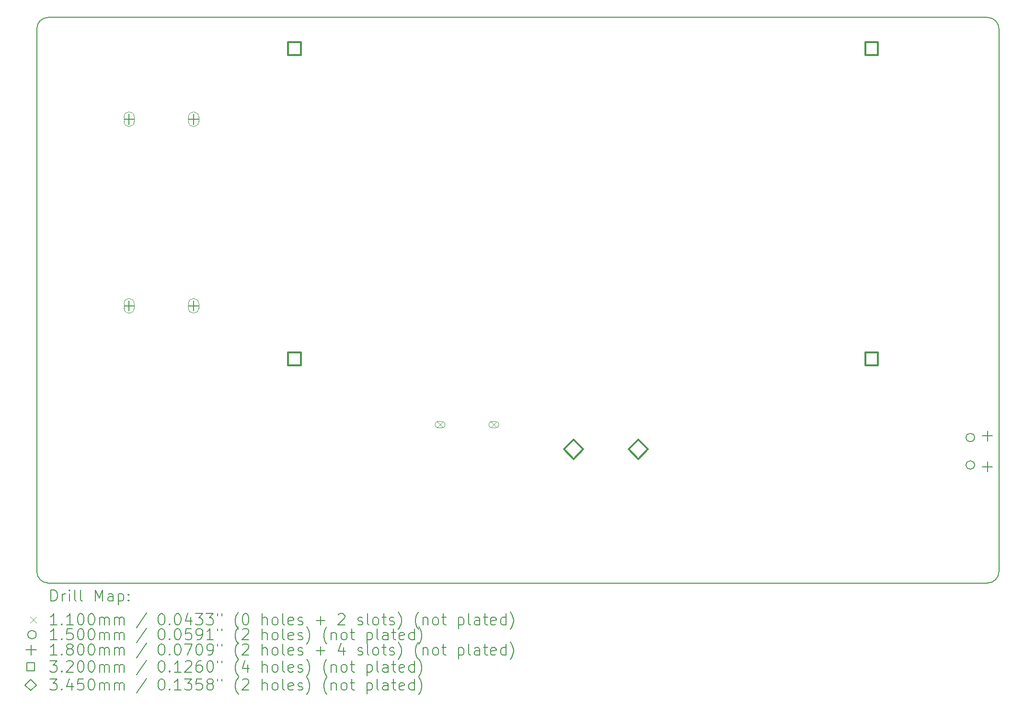
<source format=gbr>
%TF.GenerationSoftware,KiCad,Pcbnew,8.0.2-8.0.2-0~ubuntu22.04.1*%
%TF.CreationDate,2024-05-24T15:24:30-07:00*%
%TF.ProjectId,YamhillFrontPanel,59616d68-696c-46c4-9672-6f6e7450616e,B*%
%TF.SameCoordinates,Original*%
%TF.FileFunction,Drillmap*%
%TF.FilePolarity,Positive*%
%FSLAX45Y45*%
G04 Gerber Fmt 4.5, Leading zero omitted, Abs format (unit mm)*
G04 Created by KiCad (PCBNEW 8.0.2-8.0.2-0~ubuntu22.04.1) date 2024-05-24 15:24:30*
%MOMM*%
%LPD*%
G01*
G04 APERTURE LIST*
%ADD10C,0.200000*%
%ADD11C,0.110000*%
%ADD12C,0.100000*%
%ADD13C,0.150000*%
%ADD14C,0.180000*%
%ADD15C,0.320000*%
%ADD16C,0.345000*%
G04 APERTURE END LIST*
D10*
X21800000Y-15000000D02*
X5200000Y-15000000D01*
X5200000Y-15000000D02*
G75*
G02*
X5000000Y-14800000I0J200000D01*
G01*
X21800000Y-5000000D02*
G75*
G02*
X22000000Y-5200000I0J-200000D01*
G01*
X5000000Y-5200000D02*
G75*
G02*
X5200000Y-5000000I200000J0D01*
G01*
X5000000Y-14800000D02*
X5000000Y-5200000D01*
X5200000Y-5000000D02*
X21800000Y-5000000D01*
X22000000Y-14800000D02*
G75*
G02*
X21800000Y-15000000I-200000J0D01*
G01*
X22000000Y-5200000D02*
X22000000Y-14800000D01*
D11*
X12070000Y-12145000D02*
X12180000Y-12255000D01*
X12180000Y-12145000D02*
X12070000Y-12255000D01*
D12*
X12160000Y-12145000D02*
X12090000Y-12145000D01*
X12090000Y-12255000D02*
G75*
G02*
X12090000Y-12145000I0J55000D01*
G01*
X12090000Y-12255000D02*
X12160000Y-12255000D01*
X12160000Y-12255000D02*
G75*
G03*
X12160000Y-12145000I0J55000D01*
G01*
D11*
X13020000Y-12145000D02*
X13130000Y-12255000D01*
X13130000Y-12145000D02*
X13020000Y-12255000D01*
D12*
X13110000Y-12145000D02*
X13040000Y-12145000D01*
X13040000Y-12255000D02*
G75*
G02*
X13040000Y-12145000I0J55000D01*
G01*
X13040000Y-12255000D02*
X13110000Y-12255000D01*
X13110000Y-12255000D02*
G75*
G03*
X13110000Y-12145000I0J55000D01*
G01*
D13*
X21569000Y-12428500D02*
G75*
G02*
X21419000Y-12428500I-75000J0D01*
G01*
X21419000Y-12428500D02*
G75*
G02*
X21569000Y-12428500I75000J0D01*
G01*
X21569000Y-12913500D02*
G75*
G02*
X21419000Y-12913500I-75000J0D01*
G01*
X21419000Y-12913500D02*
G75*
G02*
X21569000Y-12913500I75000J0D01*
G01*
D14*
X6630000Y-6710000D02*
X6630000Y-6890000D01*
X6540000Y-6800000D02*
X6720000Y-6800000D01*
D12*
X6720000Y-6840000D02*
X6720000Y-6760000D01*
X6540000Y-6760000D02*
G75*
G02*
X6720000Y-6760000I90000J0D01*
G01*
X6540000Y-6760000D02*
X6540000Y-6840000D01*
X6540000Y-6840000D02*
G75*
G03*
X6720000Y-6840000I90000J0D01*
G01*
D14*
X6630000Y-10010000D02*
X6630000Y-10190000D01*
X6540000Y-10100000D02*
X6720000Y-10100000D01*
D12*
X6720000Y-10140000D02*
X6720000Y-10060000D01*
X6540000Y-10060000D02*
G75*
G02*
X6720000Y-10060000I90000J0D01*
G01*
X6540000Y-10060000D02*
X6540000Y-10140000D01*
X6540000Y-10140000D02*
G75*
G03*
X6720000Y-10140000I90000J0D01*
G01*
D14*
X7770000Y-6710000D02*
X7770000Y-6890000D01*
X7680000Y-6800000D02*
X7860000Y-6800000D01*
D12*
X7860000Y-6840000D02*
X7860000Y-6760000D01*
X7680000Y-6760000D02*
G75*
G02*
X7860000Y-6760000I90000J0D01*
G01*
X7680000Y-6760000D02*
X7680000Y-6840000D01*
X7680000Y-6840000D02*
G75*
G03*
X7860000Y-6840000I90000J0D01*
G01*
D14*
X7770000Y-10010000D02*
X7770000Y-10190000D01*
X7680000Y-10100000D02*
X7860000Y-10100000D01*
D12*
X7860000Y-10140000D02*
X7860000Y-10060000D01*
X7680000Y-10060000D02*
G75*
G02*
X7860000Y-10060000I90000J0D01*
G01*
X7680000Y-10060000D02*
X7680000Y-10140000D01*
X7680000Y-10140000D02*
G75*
G03*
X7860000Y-10140000I90000J0D01*
G01*
D14*
X21797000Y-12308500D02*
X21797000Y-12488500D01*
X21707000Y-12398500D02*
X21887000Y-12398500D01*
X21797000Y-12853500D02*
X21797000Y-13033500D01*
X21707000Y-12943500D02*
X21887000Y-12943500D01*
D15*
X9663138Y-5663138D02*
X9663138Y-5436862D01*
X9436862Y-5436862D01*
X9436862Y-5663138D01*
X9663138Y-5663138D01*
X9663138Y-11153138D02*
X9663138Y-10926862D01*
X9436862Y-10926862D01*
X9436862Y-11153138D01*
X9663138Y-11153138D01*
X19863138Y-5663138D02*
X19863138Y-5436862D01*
X19636862Y-5436862D01*
X19636862Y-5663138D01*
X19863138Y-5663138D01*
X19863138Y-11153138D02*
X19863138Y-10926862D01*
X19636862Y-10926862D01*
X19636862Y-11153138D01*
X19863138Y-11153138D01*
D16*
X14484000Y-12807500D02*
X14656500Y-12635000D01*
X14484000Y-12462500D01*
X14311500Y-12635000D01*
X14484000Y-12807500D01*
X15627000Y-12807500D02*
X15799500Y-12635000D01*
X15627000Y-12462500D01*
X15454500Y-12635000D01*
X15627000Y-12807500D01*
D10*
X5250777Y-15321484D02*
X5250777Y-15121484D01*
X5250777Y-15121484D02*
X5298396Y-15121484D01*
X5298396Y-15121484D02*
X5326967Y-15131008D01*
X5326967Y-15131008D02*
X5346015Y-15150055D01*
X5346015Y-15150055D02*
X5355539Y-15169103D01*
X5355539Y-15169103D02*
X5365063Y-15207198D01*
X5365063Y-15207198D02*
X5365063Y-15235769D01*
X5365063Y-15235769D02*
X5355539Y-15273865D01*
X5355539Y-15273865D02*
X5346015Y-15292912D01*
X5346015Y-15292912D02*
X5326967Y-15311960D01*
X5326967Y-15311960D02*
X5298396Y-15321484D01*
X5298396Y-15321484D02*
X5250777Y-15321484D01*
X5450777Y-15321484D02*
X5450777Y-15188150D01*
X5450777Y-15226246D02*
X5460301Y-15207198D01*
X5460301Y-15207198D02*
X5469824Y-15197674D01*
X5469824Y-15197674D02*
X5488872Y-15188150D01*
X5488872Y-15188150D02*
X5507920Y-15188150D01*
X5574586Y-15321484D02*
X5574586Y-15188150D01*
X5574586Y-15121484D02*
X5565063Y-15131008D01*
X5565063Y-15131008D02*
X5574586Y-15140531D01*
X5574586Y-15140531D02*
X5584110Y-15131008D01*
X5584110Y-15131008D02*
X5574586Y-15121484D01*
X5574586Y-15121484D02*
X5574586Y-15140531D01*
X5698396Y-15321484D02*
X5679348Y-15311960D01*
X5679348Y-15311960D02*
X5669824Y-15292912D01*
X5669824Y-15292912D02*
X5669824Y-15121484D01*
X5803158Y-15321484D02*
X5784110Y-15311960D01*
X5784110Y-15311960D02*
X5774586Y-15292912D01*
X5774586Y-15292912D02*
X5774586Y-15121484D01*
X6031729Y-15321484D02*
X6031729Y-15121484D01*
X6031729Y-15121484D02*
X6098396Y-15264341D01*
X6098396Y-15264341D02*
X6165062Y-15121484D01*
X6165062Y-15121484D02*
X6165062Y-15321484D01*
X6346015Y-15321484D02*
X6346015Y-15216722D01*
X6346015Y-15216722D02*
X6336491Y-15197674D01*
X6336491Y-15197674D02*
X6317443Y-15188150D01*
X6317443Y-15188150D02*
X6279348Y-15188150D01*
X6279348Y-15188150D02*
X6260301Y-15197674D01*
X6346015Y-15311960D02*
X6326967Y-15321484D01*
X6326967Y-15321484D02*
X6279348Y-15321484D01*
X6279348Y-15321484D02*
X6260301Y-15311960D01*
X6260301Y-15311960D02*
X6250777Y-15292912D01*
X6250777Y-15292912D02*
X6250777Y-15273865D01*
X6250777Y-15273865D02*
X6260301Y-15254817D01*
X6260301Y-15254817D02*
X6279348Y-15245293D01*
X6279348Y-15245293D02*
X6326967Y-15245293D01*
X6326967Y-15245293D02*
X6346015Y-15235769D01*
X6441253Y-15188150D02*
X6441253Y-15388150D01*
X6441253Y-15197674D02*
X6460301Y-15188150D01*
X6460301Y-15188150D02*
X6498396Y-15188150D01*
X6498396Y-15188150D02*
X6517443Y-15197674D01*
X6517443Y-15197674D02*
X6526967Y-15207198D01*
X6526967Y-15207198D02*
X6536491Y-15226246D01*
X6536491Y-15226246D02*
X6536491Y-15283388D01*
X6536491Y-15283388D02*
X6526967Y-15302436D01*
X6526967Y-15302436D02*
X6517443Y-15311960D01*
X6517443Y-15311960D02*
X6498396Y-15321484D01*
X6498396Y-15321484D02*
X6460301Y-15321484D01*
X6460301Y-15321484D02*
X6441253Y-15311960D01*
X6622205Y-15302436D02*
X6631729Y-15311960D01*
X6631729Y-15311960D02*
X6622205Y-15321484D01*
X6622205Y-15321484D02*
X6612682Y-15311960D01*
X6612682Y-15311960D02*
X6622205Y-15302436D01*
X6622205Y-15302436D02*
X6622205Y-15321484D01*
X6622205Y-15197674D02*
X6631729Y-15207198D01*
X6631729Y-15207198D02*
X6622205Y-15216722D01*
X6622205Y-15216722D02*
X6612682Y-15207198D01*
X6612682Y-15207198D02*
X6622205Y-15197674D01*
X6622205Y-15197674D02*
X6622205Y-15216722D01*
D11*
X4880000Y-15595000D02*
X4990000Y-15705000D01*
X4990000Y-15595000D02*
X4880000Y-15705000D01*
D10*
X5355539Y-15741484D02*
X5241253Y-15741484D01*
X5298396Y-15741484D02*
X5298396Y-15541484D01*
X5298396Y-15541484D02*
X5279348Y-15570055D01*
X5279348Y-15570055D02*
X5260301Y-15589103D01*
X5260301Y-15589103D02*
X5241253Y-15598627D01*
X5441253Y-15722436D02*
X5450777Y-15731960D01*
X5450777Y-15731960D02*
X5441253Y-15741484D01*
X5441253Y-15741484D02*
X5431729Y-15731960D01*
X5431729Y-15731960D02*
X5441253Y-15722436D01*
X5441253Y-15722436D02*
X5441253Y-15741484D01*
X5641253Y-15741484D02*
X5526967Y-15741484D01*
X5584110Y-15741484D02*
X5584110Y-15541484D01*
X5584110Y-15541484D02*
X5565063Y-15570055D01*
X5565063Y-15570055D02*
X5546015Y-15589103D01*
X5546015Y-15589103D02*
X5526967Y-15598627D01*
X5765062Y-15541484D02*
X5784110Y-15541484D01*
X5784110Y-15541484D02*
X5803158Y-15551008D01*
X5803158Y-15551008D02*
X5812682Y-15560531D01*
X5812682Y-15560531D02*
X5822205Y-15579579D01*
X5822205Y-15579579D02*
X5831729Y-15617674D01*
X5831729Y-15617674D02*
X5831729Y-15665293D01*
X5831729Y-15665293D02*
X5822205Y-15703388D01*
X5822205Y-15703388D02*
X5812682Y-15722436D01*
X5812682Y-15722436D02*
X5803158Y-15731960D01*
X5803158Y-15731960D02*
X5784110Y-15741484D01*
X5784110Y-15741484D02*
X5765062Y-15741484D01*
X5765062Y-15741484D02*
X5746015Y-15731960D01*
X5746015Y-15731960D02*
X5736491Y-15722436D01*
X5736491Y-15722436D02*
X5726967Y-15703388D01*
X5726967Y-15703388D02*
X5717443Y-15665293D01*
X5717443Y-15665293D02*
X5717443Y-15617674D01*
X5717443Y-15617674D02*
X5726967Y-15579579D01*
X5726967Y-15579579D02*
X5736491Y-15560531D01*
X5736491Y-15560531D02*
X5746015Y-15551008D01*
X5746015Y-15551008D02*
X5765062Y-15541484D01*
X5955539Y-15541484D02*
X5974586Y-15541484D01*
X5974586Y-15541484D02*
X5993634Y-15551008D01*
X5993634Y-15551008D02*
X6003158Y-15560531D01*
X6003158Y-15560531D02*
X6012682Y-15579579D01*
X6012682Y-15579579D02*
X6022205Y-15617674D01*
X6022205Y-15617674D02*
X6022205Y-15665293D01*
X6022205Y-15665293D02*
X6012682Y-15703388D01*
X6012682Y-15703388D02*
X6003158Y-15722436D01*
X6003158Y-15722436D02*
X5993634Y-15731960D01*
X5993634Y-15731960D02*
X5974586Y-15741484D01*
X5974586Y-15741484D02*
X5955539Y-15741484D01*
X5955539Y-15741484D02*
X5936491Y-15731960D01*
X5936491Y-15731960D02*
X5926967Y-15722436D01*
X5926967Y-15722436D02*
X5917443Y-15703388D01*
X5917443Y-15703388D02*
X5907920Y-15665293D01*
X5907920Y-15665293D02*
X5907920Y-15617674D01*
X5907920Y-15617674D02*
X5917443Y-15579579D01*
X5917443Y-15579579D02*
X5926967Y-15560531D01*
X5926967Y-15560531D02*
X5936491Y-15551008D01*
X5936491Y-15551008D02*
X5955539Y-15541484D01*
X6107920Y-15741484D02*
X6107920Y-15608150D01*
X6107920Y-15627198D02*
X6117443Y-15617674D01*
X6117443Y-15617674D02*
X6136491Y-15608150D01*
X6136491Y-15608150D02*
X6165063Y-15608150D01*
X6165063Y-15608150D02*
X6184110Y-15617674D01*
X6184110Y-15617674D02*
X6193634Y-15636722D01*
X6193634Y-15636722D02*
X6193634Y-15741484D01*
X6193634Y-15636722D02*
X6203158Y-15617674D01*
X6203158Y-15617674D02*
X6222205Y-15608150D01*
X6222205Y-15608150D02*
X6250777Y-15608150D01*
X6250777Y-15608150D02*
X6269824Y-15617674D01*
X6269824Y-15617674D02*
X6279348Y-15636722D01*
X6279348Y-15636722D02*
X6279348Y-15741484D01*
X6374586Y-15741484D02*
X6374586Y-15608150D01*
X6374586Y-15627198D02*
X6384110Y-15617674D01*
X6384110Y-15617674D02*
X6403158Y-15608150D01*
X6403158Y-15608150D02*
X6431729Y-15608150D01*
X6431729Y-15608150D02*
X6450777Y-15617674D01*
X6450777Y-15617674D02*
X6460301Y-15636722D01*
X6460301Y-15636722D02*
X6460301Y-15741484D01*
X6460301Y-15636722D02*
X6469824Y-15617674D01*
X6469824Y-15617674D02*
X6488872Y-15608150D01*
X6488872Y-15608150D02*
X6517443Y-15608150D01*
X6517443Y-15608150D02*
X6536491Y-15617674D01*
X6536491Y-15617674D02*
X6546015Y-15636722D01*
X6546015Y-15636722D02*
X6546015Y-15741484D01*
X6936491Y-15531960D02*
X6765063Y-15789103D01*
X7193634Y-15541484D02*
X7212682Y-15541484D01*
X7212682Y-15541484D02*
X7231729Y-15551008D01*
X7231729Y-15551008D02*
X7241253Y-15560531D01*
X7241253Y-15560531D02*
X7250777Y-15579579D01*
X7250777Y-15579579D02*
X7260301Y-15617674D01*
X7260301Y-15617674D02*
X7260301Y-15665293D01*
X7260301Y-15665293D02*
X7250777Y-15703388D01*
X7250777Y-15703388D02*
X7241253Y-15722436D01*
X7241253Y-15722436D02*
X7231729Y-15731960D01*
X7231729Y-15731960D02*
X7212682Y-15741484D01*
X7212682Y-15741484D02*
X7193634Y-15741484D01*
X7193634Y-15741484D02*
X7174586Y-15731960D01*
X7174586Y-15731960D02*
X7165063Y-15722436D01*
X7165063Y-15722436D02*
X7155539Y-15703388D01*
X7155539Y-15703388D02*
X7146015Y-15665293D01*
X7146015Y-15665293D02*
X7146015Y-15617674D01*
X7146015Y-15617674D02*
X7155539Y-15579579D01*
X7155539Y-15579579D02*
X7165063Y-15560531D01*
X7165063Y-15560531D02*
X7174586Y-15551008D01*
X7174586Y-15551008D02*
X7193634Y-15541484D01*
X7346015Y-15722436D02*
X7355539Y-15731960D01*
X7355539Y-15731960D02*
X7346015Y-15741484D01*
X7346015Y-15741484D02*
X7336491Y-15731960D01*
X7336491Y-15731960D02*
X7346015Y-15722436D01*
X7346015Y-15722436D02*
X7346015Y-15741484D01*
X7479348Y-15541484D02*
X7498396Y-15541484D01*
X7498396Y-15541484D02*
X7517444Y-15551008D01*
X7517444Y-15551008D02*
X7526967Y-15560531D01*
X7526967Y-15560531D02*
X7536491Y-15579579D01*
X7536491Y-15579579D02*
X7546015Y-15617674D01*
X7546015Y-15617674D02*
X7546015Y-15665293D01*
X7546015Y-15665293D02*
X7536491Y-15703388D01*
X7536491Y-15703388D02*
X7526967Y-15722436D01*
X7526967Y-15722436D02*
X7517444Y-15731960D01*
X7517444Y-15731960D02*
X7498396Y-15741484D01*
X7498396Y-15741484D02*
X7479348Y-15741484D01*
X7479348Y-15741484D02*
X7460301Y-15731960D01*
X7460301Y-15731960D02*
X7450777Y-15722436D01*
X7450777Y-15722436D02*
X7441253Y-15703388D01*
X7441253Y-15703388D02*
X7431729Y-15665293D01*
X7431729Y-15665293D02*
X7431729Y-15617674D01*
X7431729Y-15617674D02*
X7441253Y-15579579D01*
X7441253Y-15579579D02*
X7450777Y-15560531D01*
X7450777Y-15560531D02*
X7460301Y-15551008D01*
X7460301Y-15551008D02*
X7479348Y-15541484D01*
X7717444Y-15608150D02*
X7717444Y-15741484D01*
X7669825Y-15531960D02*
X7622206Y-15674817D01*
X7622206Y-15674817D02*
X7746015Y-15674817D01*
X7803158Y-15541484D02*
X7926967Y-15541484D01*
X7926967Y-15541484D02*
X7860301Y-15617674D01*
X7860301Y-15617674D02*
X7888872Y-15617674D01*
X7888872Y-15617674D02*
X7907920Y-15627198D01*
X7907920Y-15627198D02*
X7917444Y-15636722D01*
X7917444Y-15636722D02*
X7926967Y-15655769D01*
X7926967Y-15655769D02*
X7926967Y-15703388D01*
X7926967Y-15703388D02*
X7917444Y-15722436D01*
X7917444Y-15722436D02*
X7907920Y-15731960D01*
X7907920Y-15731960D02*
X7888872Y-15741484D01*
X7888872Y-15741484D02*
X7831729Y-15741484D01*
X7831729Y-15741484D02*
X7812682Y-15731960D01*
X7812682Y-15731960D02*
X7803158Y-15722436D01*
X7993634Y-15541484D02*
X8117444Y-15541484D01*
X8117444Y-15541484D02*
X8050777Y-15617674D01*
X8050777Y-15617674D02*
X8079348Y-15617674D01*
X8079348Y-15617674D02*
X8098396Y-15627198D01*
X8098396Y-15627198D02*
X8107920Y-15636722D01*
X8107920Y-15636722D02*
X8117444Y-15655769D01*
X8117444Y-15655769D02*
X8117444Y-15703388D01*
X8117444Y-15703388D02*
X8107920Y-15722436D01*
X8107920Y-15722436D02*
X8098396Y-15731960D01*
X8098396Y-15731960D02*
X8079348Y-15741484D01*
X8079348Y-15741484D02*
X8022206Y-15741484D01*
X8022206Y-15741484D02*
X8003158Y-15731960D01*
X8003158Y-15731960D02*
X7993634Y-15722436D01*
X8193634Y-15541484D02*
X8193634Y-15579579D01*
X8269825Y-15541484D02*
X8269825Y-15579579D01*
X8565063Y-15817674D02*
X8555539Y-15808150D01*
X8555539Y-15808150D02*
X8536491Y-15779579D01*
X8536491Y-15779579D02*
X8526968Y-15760531D01*
X8526968Y-15760531D02*
X8517444Y-15731960D01*
X8517444Y-15731960D02*
X8507920Y-15684341D01*
X8507920Y-15684341D02*
X8507920Y-15646246D01*
X8507920Y-15646246D02*
X8517444Y-15598627D01*
X8517444Y-15598627D02*
X8526968Y-15570055D01*
X8526968Y-15570055D02*
X8536491Y-15551008D01*
X8536491Y-15551008D02*
X8555539Y-15522436D01*
X8555539Y-15522436D02*
X8565063Y-15512912D01*
X8679349Y-15541484D02*
X8698396Y-15541484D01*
X8698396Y-15541484D02*
X8717444Y-15551008D01*
X8717444Y-15551008D02*
X8726968Y-15560531D01*
X8726968Y-15560531D02*
X8736491Y-15579579D01*
X8736491Y-15579579D02*
X8746015Y-15617674D01*
X8746015Y-15617674D02*
X8746015Y-15665293D01*
X8746015Y-15665293D02*
X8736491Y-15703388D01*
X8736491Y-15703388D02*
X8726968Y-15722436D01*
X8726968Y-15722436D02*
X8717444Y-15731960D01*
X8717444Y-15731960D02*
X8698396Y-15741484D01*
X8698396Y-15741484D02*
X8679349Y-15741484D01*
X8679349Y-15741484D02*
X8660301Y-15731960D01*
X8660301Y-15731960D02*
X8650777Y-15722436D01*
X8650777Y-15722436D02*
X8641253Y-15703388D01*
X8641253Y-15703388D02*
X8631730Y-15665293D01*
X8631730Y-15665293D02*
X8631730Y-15617674D01*
X8631730Y-15617674D02*
X8641253Y-15579579D01*
X8641253Y-15579579D02*
X8650777Y-15560531D01*
X8650777Y-15560531D02*
X8660301Y-15551008D01*
X8660301Y-15551008D02*
X8679349Y-15541484D01*
X8984111Y-15741484D02*
X8984111Y-15541484D01*
X9069825Y-15741484D02*
X9069825Y-15636722D01*
X9069825Y-15636722D02*
X9060301Y-15617674D01*
X9060301Y-15617674D02*
X9041253Y-15608150D01*
X9041253Y-15608150D02*
X9012682Y-15608150D01*
X9012682Y-15608150D02*
X8993634Y-15617674D01*
X8993634Y-15617674D02*
X8984111Y-15627198D01*
X9193634Y-15741484D02*
X9174587Y-15731960D01*
X9174587Y-15731960D02*
X9165063Y-15722436D01*
X9165063Y-15722436D02*
X9155539Y-15703388D01*
X9155539Y-15703388D02*
X9155539Y-15646246D01*
X9155539Y-15646246D02*
X9165063Y-15627198D01*
X9165063Y-15627198D02*
X9174587Y-15617674D01*
X9174587Y-15617674D02*
X9193634Y-15608150D01*
X9193634Y-15608150D02*
X9222206Y-15608150D01*
X9222206Y-15608150D02*
X9241253Y-15617674D01*
X9241253Y-15617674D02*
X9250777Y-15627198D01*
X9250777Y-15627198D02*
X9260301Y-15646246D01*
X9260301Y-15646246D02*
X9260301Y-15703388D01*
X9260301Y-15703388D02*
X9250777Y-15722436D01*
X9250777Y-15722436D02*
X9241253Y-15731960D01*
X9241253Y-15731960D02*
X9222206Y-15741484D01*
X9222206Y-15741484D02*
X9193634Y-15741484D01*
X9374587Y-15741484D02*
X9355539Y-15731960D01*
X9355539Y-15731960D02*
X9346015Y-15712912D01*
X9346015Y-15712912D02*
X9346015Y-15541484D01*
X9526968Y-15731960D02*
X9507920Y-15741484D01*
X9507920Y-15741484D02*
X9469825Y-15741484D01*
X9469825Y-15741484D02*
X9450777Y-15731960D01*
X9450777Y-15731960D02*
X9441253Y-15712912D01*
X9441253Y-15712912D02*
X9441253Y-15636722D01*
X9441253Y-15636722D02*
X9450777Y-15617674D01*
X9450777Y-15617674D02*
X9469825Y-15608150D01*
X9469825Y-15608150D02*
X9507920Y-15608150D01*
X9507920Y-15608150D02*
X9526968Y-15617674D01*
X9526968Y-15617674D02*
X9536492Y-15636722D01*
X9536492Y-15636722D02*
X9536492Y-15655769D01*
X9536492Y-15655769D02*
X9441253Y-15674817D01*
X9612682Y-15731960D02*
X9631730Y-15741484D01*
X9631730Y-15741484D02*
X9669825Y-15741484D01*
X9669825Y-15741484D02*
X9688873Y-15731960D01*
X9688873Y-15731960D02*
X9698396Y-15712912D01*
X9698396Y-15712912D02*
X9698396Y-15703388D01*
X9698396Y-15703388D02*
X9688873Y-15684341D01*
X9688873Y-15684341D02*
X9669825Y-15674817D01*
X9669825Y-15674817D02*
X9641253Y-15674817D01*
X9641253Y-15674817D02*
X9622206Y-15665293D01*
X9622206Y-15665293D02*
X9612682Y-15646246D01*
X9612682Y-15646246D02*
X9612682Y-15636722D01*
X9612682Y-15636722D02*
X9622206Y-15617674D01*
X9622206Y-15617674D02*
X9641253Y-15608150D01*
X9641253Y-15608150D02*
X9669825Y-15608150D01*
X9669825Y-15608150D02*
X9688873Y-15617674D01*
X9936492Y-15665293D02*
X10088873Y-15665293D01*
X10012682Y-15741484D02*
X10012682Y-15589103D01*
X10326968Y-15560531D02*
X10336492Y-15551008D01*
X10336492Y-15551008D02*
X10355539Y-15541484D01*
X10355539Y-15541484D02*
X10403158Y-15541484D01*
X10403158Y-15541484D02*
X10422206Y-15551008D01*
X10422206Y-15551008D02*
X10431730Y-15560531D01*
X10431730Y-15560531D02*
X10441254Y-15579579D01*
X10441254Y-15579579D02*
X10441254Y-15598627D01*
X10441254Y-15598627D02*
X10431730Y-15627198D01*
X10431730Y-15627198D02*
X10317444Y-15741484D01*
X10317444Y-15741484D02*
X10441254Y-15741484D01*
X10669825Y-15731960D02*
X10688873Y-15741484D01*
X10688873Y-15741484D02*
X10726968Y-15741484D01*
X10726968Y-15741484D02*
X10746016Y-15731960D01*
X10746016Y-15731960D02*
X10755539Y-15712912D01*
X10755539Y-15712912D02*
X10755539Y-15703388D01*
X10755539Y-15703388D02*
X10746016Y-15684341D01*
X10746016Y-15684341D02*
X10726968Y-15674817D01*
X10726968Y-15674817D02*
X10698396Y-15674817D01*
X10698396Y-15674817D02*
X10679349Y-15665293D01*
X10679349Y-15665293D02*
X10669825Y-15646246D01*
X10669825Y-15646246D02*
X10669825Y-15636722D01*
X10669825Y-15636722D02*
X10679349Y-15617674D01*
X10679349Y-15617674D02*
X10698396Y-15608150D01*
X10698396Y-15608150D02*
X10726968Y-15608150D01*
X10726968Y-15608150D02*
X10746016Y-15617674D01*
X10869825Y-15741484D02*
X10850777Y-15731960D01*
X10850777Y-15731960D02*
X10841254Y-15712912D01*
X10841254Y-15712912D02*
X10841254Y-15541484D01*
X10974587Y-15741484D02*
X10955539Y-15731960D01*
X10955539Y-15731960D02*
X10946016Y-15722436D01*
X10946016Y-15722436D02*
X10936492Y-15703388D01*
X10936492Y-15703388D02*
X10936492Y-15646246D01*
X10936492Y-15646246D02*
X10946016Y-15627198D01*
X10946016Y-15627198D02*
X10955539Y-15617674D01*
X10955539Y-15617674D02*
X10974587Y-15608150D01*
X10974587Y-15608150D02*
X11003158Y-15608150D01*
X11003158Y-15608150D02*
X11022206Y-15617674D01*
X11022206Y-15617674D02*
X11031730Y-15627198D01*
X11031730Y-15627198D02*
X11041254Y-15646246D01*
X11041254Y-15646246D02*
X11041254Y-15703388D01*
X11041254Y-15703388D02*
X11031730Y-15722436D01*
X11031730Y-15722436D02*
X11022206Y-15731960D01*
X11022206Y-15731960D02*
X11003158Y-15741484D01*
X11003158Y-15741484D02*
X10974587Y-15741484D01*
X11098397Y-15608150D02*
X11174587Y-15608150D01*
X11126968Y-15541484D02*
X11126968Y-15712912D01*
X11126968Y-15712912D02*
X11136492Y-15731960D01*
X11136492Y-15731960D02*
X11155539Y-15741484D01*
X11155539Y-15741484D02*
X11174587Y-15741484D01*
X11231730Y-15731960D02*
X11250777Y-15741484D01*
X11250777Y-15741484D02*
X11288873Y-15741484D01*
X11288873Y-15741484D02*
X11307920Y-15731960D01*
X11307920Y-15731960D02*
X11317444Y-15712912D01*
X11317444Y-15712912D02*
X11317444Y-15703388D01*
X11317444Y-15703388D02*
X11307920Y-15684341D01*
X11307920Y-15684341D02*
X11288873Y-15674817D01*
X11288873Y-15674817D02*
X11260301Y-15674817D01*
X11260301Y-15674817D02*
X11241254Y-15665293D01*
X11241254Y-15665293D02*
X11231730Y-15646246D01*
X11231730Y-15646246D02*
X11231730Y-15636722D01*
X11231730Y-15636722D02*
X11241254Y-15617674D01*
X11241254Y-15617674D02*
X11260301Y-15608150D01*
X11260301Y-15608150D02*
X11288873Y-15608150D01*
X11288873Y-15608150D02*
X11307920Y-15617674D01*
X11384111Y-15817674D02*
X11393635Y-15808150D01*
X11393635Y-15808150D02*
X11412682Y-15779579D01*
X11412682Y-15779579D02*
X11422206Y-15760531D01*
X11422206Y-15760531D02*
X11431730Y-15731960D01*
X11431730Y-15731960D02*
X11441254Y-15684341D01*
X11441254Y-15684341D02*
X11441254Y-15646246D01*
X11441254Y-15646246D02*
X11431730Y-15598627D01*
X11431730Y-15598627D02*
X11422206Y-15570055D01*
X11422206Y-15570055D02*
X11412682Y-15551008D01*
X11412682Y-15551008D02*
X11393635Y-15522436D01*
X11393635Y-15522436D02*
X11384111Y-15512912D01*
X11746016Y-15817674D02*
X11736492Y-15808150D01*
X11736492Y-15808150D02*
X11717444Y-15779579D01*
X11717444Y-15779579D02*
X11707920Y-15760531D01*
X11707920Y-15760531D02*
X11698396Y-15731960D01*
X11698396Y-15731960D02*
X11688873Y-15684341D01*
X11688873Y-15684341D02*
X11688873Y-15646246D01*
X11688873Y-15646246D02*
X11698396Y-15598627D01*
X11698396Y-15598627D02*
X11707920Y-15570055D01*
X11707920Y-15570055D02*
X11717444Y-15551008D01*
X11717444Y-15551008D02*
X11736492Y-15522436D01*
X11736492Y-15522436D02*
X11746016Y-15512912D01*
X11822206Y-15608150D02*
X11822206Y-15741484D01*
X11822206Y-15627198D02*
X11831730Y-15617674D01*
X11831730Y-15617674D02*
X11850777Y-15608150D01*
X11850777Y-15608150D02*
X11879349Y-15608150D01*
X11879349Y-15608150D02*
X11898396Y-15617674D01*
X11898396Y-15617674D02*
X11907920Y-15636722D01*
X11907920Y-15636722D02*
X11907920Y-15741484D01*
X12031730Y-15741484D02*
X12012682Y-15731960D01*
X12012682Y-15731960D02*
X12003158Y-15722436D01*
X12003158Y-15722436D02*
X11993635Y-15703388D01*
X11993635Y-15703388D02*
X11993635Y-15646246D01*
X11993635Y-15646246D02*
X12003158Y-15627198D01*
X12003158Y-15627198D02*
X12012682Y-15617674D01*
X12012682Y-15617674D02*
X12031730Y-15608150D01*
X12031730Y-15608150D02*
X12060301Y-15608150D01*
X12060301Y-15608150D02*
X12079349Y-15617674D01*
X12079349Y-15617674D02*
X12088873Y-15627198D01*
X12088873Y-15627198D02*
X12098396Y-15646246D01*
X12098396Y-15646246D02*
X12098396Y-15703388D01*
X12098396Y-15703388D02*
X12088873Y-15722436D01*
X12088873Y-15722436D02*
X12079349Y-15731960D01*
X12079349Y-15731960D02*
X12060301Y-15741484D01*
X12060301Y-15741484D02*
X12031730Y-15741484D01*
X12155539Y-15608150D02*
X12231730Y-15608150D01*
X12184111Y-15541484D02*
X12184111Y-15712912D01*
X12184111Y-15712912D02*
X12193635Y-15731960D01*
X12193635Y-15731960D02*
X12212682Y-15741484D01*
X12212682Y-15741484D02*
X12231730Y-15741484D01*
X12450777Y-15608150D02*
X12450777Y-15808150D01*
X12450777Y-15617674D02*
X12469825Y-15608150D01*
X12469825Y-15608150D02*
X12507920Y-15608150D01*
X12507920Y-15608150D02*
X12526968Y-15617674D01*
X12526968Y-15617674D02*
X12536492Y-15627198D01*
X12536492Y-15627198D02*
X12546016Y-15646246D01*
X12546016Y-15646246D02*
X12546016Y-15703388D01*
X12546016Y-15703388D02*
X12536492Y-15722436D01*
X12536492Y-15722436D02*
X12526968Y-15731960D01*
X12526968Y-15731960D02*
X12507920Y-15741484D01*
X12507920Y-15741484D02*
X12469825Y-15741484D01*
X12469825Y-15741484D02*
X12450777Y-15731960D01*
X12660301Y-15741484D02*
X12641254Y-15731960D01*
X12641254Y-15731960D02*
X12631730Y-15712912D01*
X12631730Y-15712912D02*
X12631730Y-15541484D01*
X12822206Y-15741484D02*
X12822206Y-15636722D01*
X12822206Y-15636722D02*
X12812682Y-15617674D01*
X12812682Y-15617674D02*
X12793635Y-15608150D01*
X12793635Y-15608150D02*
X12755539Y-15608150D01*
X12755539Y-15608150D02*
X12736492Y-15617674D01*
X12822206Y-15731960D02*
X12803158Y-15741484D01*
X12803158Y-15741484D02*
X12755539Y-15741484D01*
X12755539Y-15741484D02*
X12736492Y-15731960D01*
X12736492Y-15731960D02*
X12726968Y-15712912D01*
X12726968Y-15712912D02*
X12726968Y-15693865D01*
X12726968Y-15693865D02*
X12736492Y-15674817D01*
X12736492Y-15674817D02*
X12755539Y-15665293D01*
X12755539Y-15665293D02*
X12803158Y-15665293D01*
X12803158Y-15665293D02*
X12822206Y-15655769D01*
X12888873Y-15608150D02*
X12965063Y-15608150D01*
X12917444Y-15541484D02*
X12917444Y-15712912D01*
X12917444Y-15712912D02*
X12926968Y-15731960D01*
X12926968Y-15731960D02*
X12946016Y-15741484D01*
X12946016Y-15741484D02*
X12965063Y-15741484D01*
X13107920Y-15731960D02*
X13088873Y-15741484D01*
X13088873Y-15741484D02*
X13050777Y-15741484D01*
X13050777Y-15741484D02*
X13031730Y-15731960D01*
X13031730Y-15731960D02*
X13022206Y-15712912D01*
X13022206Y-15712912D02*
X13022206Y-15636722D01*
X13022206Y-15636722D02*
X13031730Y-15617674D01*
X13031730Y-15617674D02*
X13050777Y-15608150D01*
X13050777Y-15608150D02*
X13088873Y-15608150D01*
X13088873Y-15608150D02*
X13107920Y-15617674D01*
X13107920Y-15617674D02*
X13117444Y-15636722D01*
X13117444Y-15636722D02*
X13117444Y-15655769D01*
X13117444Y-15655769D02*
X13022206Y-15674817D01*
X13288873Y-15741484D02*
X13288873Y-15541484D01*
X13288873Y-15731960D02*
X13269825Y-15741484D01*
X13269825Y-15741484D02*
X13231730Y-15741484D01*
X13231730Y-15741484D02*
X13212682Y-15731960D01*
X13212682Y-15731960D02*
X13203158Y-15722436D01*
X13203158Y-15722436D02*
X13193635Y-15703388D01*
X13193635Y-15703388D02*
X13193635Y-15646246D01*
X13193635Y-15646246D02*
X13203158Y-15627198D01*
X13203158Y-15627198D02*
X13212682Y-15617674D01*
X13212682Y-15617674D02*
X13231730Y-15608150D01*
X13231730Y-15608150D02*
X13269825Y-15608150D01*
X13269825Y-15608150D02*
X13288873Y-15617674D01*
X13365063Y-15817674D02*
X13374587Y-15808150D01*
X13374587Y-15808150D02*
X13393635Y-15779579D01*
X13393635Y-15779579D02*
X13403158Y-15760531D01*
X13403158Y-15760531D02*
X13412682Y-15731960D01*
X13412682Y-15731960D02*
X13422206Y-15684341D01*
X13422206Y-15684341D02*
X13422206Y-15646246D01*
X13422206Y-15646246D02*
X13412682Y-15598627D01*
X13412682Y-15598627D02*
X13403158Y-15570055D01*
X13403158Y-15570055D02*
X13393635Y-15551008D01*
X13393635Y-15551008D02*
X13374587Y-15522436D01*
X13374587Y-15522436D02*
X13365063Y-15512912D01*
D13*
X4990000Y-15914000D02*
G75*
G02*
X4840000Y-15914000I-75000J0D01*
G01*
X4840000Y-15914000D02*
G75*
G02*
X4990000Y-15914000I75000J0D01*
G01*
D10*
X5355539Y-16005484D02*
X5241253Y-16005484D01*
X5298396Y-16005484D02*
X5298396Y-15805484D01*
X5298396Y-15805484D02*
X5279348Y-15834055D01*
X5279348Y-15834055D02*
X5260301Y-15853103D01*
X5260301Y-15853103D02*
X5241253Y-15862627D01*
X5441253Y-15986436D02*
X5450777Y-15995960D01*
X5450777Y-15995960D02*
X5441253Y-16005484D01*
X5441253Y-16005484D02*
X5431729Y-15995960D01*
X5431729Y-15995960D02*
X5441253Y-15986436D01*
X5441253Y-15986436D02*
X5441253Y-16005484D01*
X5631729Y-15805484D02*
X5536491Y-15805484D01*
X5536491Y-15805484D02*
X5526967Y-15900722D01*
X5526967Y-15900722D02*
X5536491Y-15891198D01*
X5536491Y-15891198D02*
X5555539Y-15881674D01*
X5555539Y-15881674D02*
X5603158Y-15881674D01*
X5603158Y-15881674D02*
X5622205Y-15891198D01*
X5622205Y-15891198D02*
X5631729Y-15900722D01*
X5631729Y-15900722D02*
X5641253Y-15919769D01*
X5641253Y-15919769D02*
X5641253Y-15967388D01*
X5641253Y-15967388D02*
X5631729Y-15986436D01*
X5631729Y-15986436D02*
X5622205Y-15995960D01*
X5622205Y-15995960D02*
X5603158Y-16005484D01*
X5603158Y-16005484D02*
X5555539Y-16005484D01*
X5555539Y-16005484D02*
X5536491Y-15995960D01*
X5536491Y-15995960D02*
X5526967Y-15986436D01*
X5765062Y-15805484D02*
X5784110Y-15805484D01*
X5784110Y-15805484D02*
X5803158Y-15815008D01*
X5803158Y-15815008D02*
X5812682Y-15824531D01*
X5812682Y-15824531D02*
X5822205Y-15843579D01*
X5822205Y-15843579D02*
X5831729Y-15881674D01*
X5831729Y-15881674D02*
X5831729Y-15929293D01*
X5831729Y-15929293D02*
X5822205Y-15967388D01*
X5822205Y-15967388D02*
X5812682Y-15986436D01*
X5812682Y-15986436D02*
X5803158Y-15995960D01*
X5803158Y-15995960D02*
X5784110Y-16005484D01*
X5784110Y-16005484D02*
X5765062Y-16005484D01*
X5765062Y-16005484D02*
X5746015Y-15995960D01*
X5746015Y-15995960D02*
X5736491Y-15986436D01*
X5736491Y-15986436D02*
X5726967Y-15967388D01*
X5726967Y-15967388D02*
X5717443Y-15929293D01*
X5717443Y-15929293D02*
X5717443Y-15881674D01*
X5717443Y-15881674D02*
X5726967Y-15843579D01*
X5726967Y-15843579D02*
X5736491Y-15824531D01*
X5736491Y-15824531D02*
X5746015Y-15815008D01*
X5746015Y-15815008D02*
X5765062Y-15805484D01*
X5955539Y-15805484D02*
X5974586Y-15805484D01*
X5974586Y-15805484D02*
X5993634Y-15815008D01*
X5993634Y-15815008D02*
X6003158Y-15824531D01*
X6003158Y-15824531D02*
X6012682Y-15843579D01*
X6012682Y-15843579D02*
X6022205Y-15881674D01*
X6022205Y-15881674D02*
X6022205Y-15929293D01*
X6022205Y-15929293D02*
X6012682Y-15967388D01*
X6012682Y-15967388D02*
X6003158Y-15986436D01*
X6003158Y-15986436D02*
X5993634Y-15995960D01*
X5993634Y-15995960D02*
X5974586Y-16005484D01*
X5974586Y-16005484D02*
X5955539Y-16005484D01*
X5955539Y-16005484D02*
X5936491Y-15995960D01*
X5936491Y-15995960D02*
X5926967Y-15986436D01*
X5926967Y-15986436D02*
X5917443Y-15967388D01*
X5917443Y-15967388D02*
X5907920Y-15929293D01*
X5907920Y-15929293D02*
X5907920Y-15881674D01*
X5907920Y-15881674D02*
X5917443Y-15843579D01*
X5917443Y-15843579D02*
X5926967Y-15824531D01*
X5926967Y-15824531D02*
X5936491Y-15815008D01*
X5936491Y-15815008D02*
X5955539Y-15805484D01*
X6107920Y-16005484D02*
X6107920Y-15872150D01*
X6107920Y-15891198D02*
X6117443Y-15881674D01*
X6117443Y-15881674D02*
X6136491Y-15872150D01*
X6136491Y-15872150D02*
X6165063Y-15872150D01*
X6165063Y-15872150D02*
X6184110Y-15881674D01*
X6184110Y-15881674D02*
X6193634Y-15900722D01*
X6193634Y-15900722D02*
X6193634Y-16005484D01*
X6193634Y-15900722D02*
X6203158Y-15881674D01*
X6203158Y-15881674D02*
X6222205Y-15872150D01*
X6222205Y-15872150D02*
X6250777Y-15872150D01*
X6250777Y-15872150D02*
X6269824Y-15881674D01*
X6269824Y-15881674D02*
X6279348Y-15900722D01*
X6279348Y-15900722D02*
X6279348Y-16005484D01*
X6374586Y-16005484D02*
X6374586Y-15872150D01*
X6374586Y-15891198D02*
X6384110Y-15881674D01*
X6384110Y-15881674D02*
X6403158Y-15872150D01*
X6403158Y-15872150D02*
X6431729Y-15872150D01*
X6431729Y-15872150D02*
X6450777Y-15881674D01*
X6450777Y-15881674D02*
X6460301Y-15900722D01*
X6460301Y-15900722D02*
X6460301Y-16005484D01*
X6460301Y-15900722D02*
X6469824Y-15881674D01*
X6469824Y-15881674D02*
X6488872Y-15872150D01*
X6488872Y-15872150D02*
X6517443Y-15872150D01*
X6517443Y-15872150D02*
X6536491Y-15881674D01*
X6536491Y-15881674D02*
X6546015Y-15900722D01*
X6546015Y-15900722D02*
X6546015Y-16005484D01*
X6936491Y-15795960D02*
X6765063Y-16053103D01*
X7193634Y-15805484D02*
X7212682Y-15805484D01*
X7212682Y-15805484D02*
X7231729Y-15815008D01*
X7231729Y-15815008D02*
X7241253Y-15824531D01*
X7241253Y-15824531D02*
X7250777Y-15843579D01*
X7250777Y-15843579D02*
X7260301Y-15881674D01*
X7260301Y-15881674D02*
X7260301Y-15929293D01*
X7260301Y-15929293D02*
X7250777Y-15967388D01*
X7250777Y-15967388D02*
X7241253Y-15986436D01*
X7241253Y-15986436D02*
X7231729Y-15995960D01*
X7231729Y-15995960D02*
X7212682Y-16005484D01*
X7212682Y-16005484D02*
X7193634Y-16005484D01*
X7193634Y-16005484D02*
X7174586Y-15995960D01*
X7174586Y-15995960D02*
X7165063Y-15986436D01*
X7165063Y-15986436D02*
X7155539Y-15967388D01*
X7155539Y-15967388D02*
X7146015Y-15929293D01*
X7146015Y-15929293D02*
X7146015Y-15881674D01*
X7146015Y-15881674D02*
X7155539Y-15843579D01*
X7155539Y-15843579D02*
X7165063Y-15824531D01*
X7165063Y-15824531D02*
X7174586Y-15815008D01*
X7174586Y-15815008D02*
X7193634Y-15805484D01*
X7346015Y-15986436D02*
X7355539Y-15995960D01*
X7355539Y-15995960D02*
X7346015Y-16005484D01*
X7346015Y-16005484D02*
X7336491Y-15995960D01*
X7336491Y-15995960D02*
X7346015Y-15986436D01*
X7346015Y-15986436D02*
X7346015Y-16005484D01*
X7479348Y-15805484D02*
X7498396Y-15805484D01*
X7498396Y-15805484D02*
X7517444Y-15815008D01*
X7517444Y-15815008D02*
X7526967Y-15824531D01*
X7526967Y-15824531D02*
X7536491Y-15843579D01*
X7536491Y-15843579D02*
X7546015Y-15881674D01*
X7546015Y-15881674D02*
X7546015Y-15929293D01*
X7546015Y-15929293D02*
X7536491Y-15967388D01*
X7536491Y-15967388D02*
X7526967Y-15986436D01*
X7526967Y-15986436D02*
X7517444Y-15995960D01*
X7517444Y-15995960D02*
X7498396Y-16005484D01*
X7498396Y-16005484D02*
X7479348Y-16005484D01*
X7479348Y-16005484D02*
X7460301Y-15995960D01*
X7460301Y-15995960D02*
X7450777Y-15986436D01*
X7450777Y-15986436D02*
X7441253Y-15967388D01*
X7441253Y-15967388D02*
X7431729Y-15929293D01*
X7431729Y-15929293D02*
X7431729Y-15881674D01*
X7431729Y-15881674D02*
X7441253Y-15843579D01*
X7441253Y-15843579D02*
X7450777Y-15824531D01*
X7450777Y-15824531D02*
X7460301Y-15815008D01*
X7460301Y-15815008D02*
X7479348Y-15805484D01*
X7726967Y-15805484D02*
X7631729Y-15805484D01*
X7631729Y-15805484D02*
X7622206Y-15900722D01*
X7622206Y-15900722D02*
X7631729Y-15891198D01*
X7631729Y-15891198D02*
X7650777Y-15881674D01*
X7650777Y-15881674D02*
X7698396Y-15881674D01*
X7698396Y-15881674D02*
X7717444Y-15891198D01*
X7717444Y-15891198D02*
X7726967Y-15900722D01*
X7726967Y-15900722D02*
X7736491Y-15919769D01*
X7736491Y-15919769D02*
X7736491Y-15967388D01*
X7736491Y-15967388D02*
X7726967Y-15986436D01*
X7726967Y-15986436D02*
X7717444Y-15995960D01*
X7717444Y-15995960D02*
X7698396Y-16005484D01*
X7698396Y-16005484D02*
X7650777Y-16005484D01*
X7650777Y-16005484D02*
X7631729Y-15995960D01*
X7631729Y-15995960D02*
X7622206Y-15986436D01*
X7831729Y-16005484D02*
X7869825Y-16005484D01*
X7869825Y-16005484D02*
X7888872Y-15995960D01*
X7888872Y-15995960D02*
X7898396Y-15986436D01*
X7898396Y-15986436D02*
X7917444Y-15957865D01*
X7917444Y-15957865D02*
X7926967Y-15919769D01*
X7926967Y-15919769D02*
X7926967Y-15843579D01*
X7926967Y-15843579D02*
X7917444Y-15824531D01*
X7917444Y-15824531D02*
X7907920Y-15815008D01*
X7907920Y-15815008D02*
X7888872Y-15805484D01*
X7888872Y-15805484D02*
X7850777Y-15805484D01*
X7850777Y-15805484D02*
X7831729Y-15815008D01*
X7831729Y-15815008D02*
X7822206Y-15824531D01*
X7822206Y-15824531D02*
X7812682Y-15843579D01*
X7812682Y-15843579D02*
X7812682Y-15891198D01*
X7812682Y-15891198D02*
X7822206Y-15910246D01*
X7822206Y-15910246D02*
X7831729Y-15919769D01*
X7831729Y-15919769D02*
X7850777Y-15929293D01*
X7850777Y-15929293D02*
X7888872Y-15929293D01*
X7888872Y-15929293D02*
X7907920Y-15919769D01*
X7907920Y-15919769D02*
X7917444Y-15910246D01*
X7917444Y-15910246D02*
X7926967Y-15891198D01*
X8117444Y-16005484D02*
X8003158Y-16005484D01*
X8060301Y-16005484D02*
X8060301Y-15805484D01*
X8060301Y-15805484D02*
X8041253Y-15834055D01*
X8041253Y-15834055D02*
X8022206Y-15853103D01*
X8022206Y-15853103D02*
X8003158Y-15862627D01*
X8193634Y-15805484D02*
X8193634Y-15843579D01*
X8269825Y-15805484D02*
X8269825Y-15843579D01*
X8565063Y-16081674D02*
X8555539Y-16072150D01*
X8555539Y-16072150D02*
X8536491Y-16043579D01*
X8536491Y-16043579D02*
X8526968Y-16024531D01*
X8526968Y-16024531D02*
X8517444Y-15995960D01*
X8517444Y-15995960D02*
X8507920Y-15948341D01*
X8507920Y-15948341D02*
X8507920Y-15910246D01*
X8507920Y-15910246D02*
X8517444Y-15862627D01*
X8517444Y-15862627D02*
X8526968Y-15834055D01*
X8526968Y-15834055D02*
X8536491Y-15815008D01*
X8536491Y-15815008D02*
X8555539Y-15786436D01*
X8555539Y-15786436D02*
X8565063Y-15776912D01*
X8631730Y-15824531D02*
X8641253Y-15815008D01*
X8641253Y-15815008D02*
X8660301Y-15805484D01*
X8660301Y-15805484D02*
X8707920Y-15805484D01*
X8707920Y-15805484D02*
X8726968Y-15815008D01*
X8726968Y-15815008D02*
X8736491Y-15824531D01*
X8736491Y-15824531D02*
X8746015Y-15843579D01*
X8746015Y-15843579D02*
X8746015Y-15862627D01*
X8746015Y-15862627D02*
X8736491Y-15891198D01*
X8736491Y-15891198D02*
X8622206Y-16005484D01*
X8622206Y-16005484D02*
X8746015Y-16005484D01*
X8984111Y-16005484D02*
X8984111Y-15805484D01*
X9069825Y-16005484D02*
X9069825Y-15900722D01*
X9069825Y-15900722D02*
X9060301Y-15881674D01*
X9060301Y-15881674D02*
X9041253Y-15872150D01*
X9041253Y-15872150D02*
X9012682Y-15872150D01*
X9012682Y-15872150D02*
X8993634Y-15881674D01*
X8993634Y-15881674D02*
X8984111Y-15891198D01*
X9193634Y-16005484D02*
X9174587Y-15995960D01*
X9174587Y-15995960D02*
X9165063Y-15986436D01*
X9165063Y-15986436D02*
X9155539Y-15967388D01*
X9155539Y-15967388D02*
X9155539Y-15910246D01*
X9155539Y-15910246D02*
X9165063Y-15891198D01*
X9165063Y-15891198D02*
X9174587Y-15881674D01*
X9174587Y-15881674D02*
X9193634Y-15872150D01*
X9193634Y-15872150D02*
X9222206Y-15872150D01*
X9222206Y-15872150D02*
X9241253Y-15881674D01*
X9241253Y-15881674D02*
X9250777Y-15891198D01*
X9250777Y-15891198D02*
X9260301Y-15910246D01*
X9260301Y-15910246D02*
X9260301Y-15967388D01*
X9260301Y-15967388D02*
X9250777Y-15986436D01*
X9250777Y-15986436D02*
X9241253Y-15995960D01*
X9241253Y-15995960D02*
X9222206Y-16005484D01*
X9222206Y-16005484D02*
X9193634Y-16005484D01*
X9374587Y-16005484D02*
X9355539Y-15995960D01*
X9355539Y-15995960D02*
X9346015Y-15976912D01*
X9346015Y-15976912D02*
X9346015Y-15805484D01*
X9526968Y-15995960D02*
X9507920Y-16005484D01*
X9507920Y-16005484D02*
X9469825Y-16005484D01*
X9469825Y-16005484D02*
X9450777Y-15995960D01*
X9450777Y-15995960D02*
X9441253Y-15976912D01*
X9441253Y-15976912D02*
X9441253Y-15900722D01*
X9441253Y-15900722D02*
X9450777Y-15881674D01*
X9450777Y-15881674D02*
X9469825Y-15872150D01*
X9469825Y-15872150D02*
X9507920Y-15872150D01*
X9507920Y-15872150D02*
X9526968Y-15881674D01*
X9526968Y-15881674D02*
X9536492Y-15900722D01*
X9536492Y-15900722D02*
X9536492Y-15919769D01*
X9536492Y-15919769D02*
X9441253Y-15938817D01*
X9612682Y-15995960D02*
X9631730Y-16005484D01*
X9631730Y-16005484D02*
X9669825Y-16005484D01*
X9669825Y-16005484D02*
X9688873Y-15995960D01*
X9688873Y-15995960D02*
X9698396Y-15976912D01*
X9698396Y-15976912D02*
X9698396Y-15967388D01*
X9698396Y-15967388D02*
X9688873Y-15948341D01*
X9688873Y-15948341D02*
X9669825Y-15938817D01*
X9669825Y-15938817D02*
X9641253Y-15938817D01*
X9641253Y-15938817D02*
X9622206Y-15929293D01*
X9622206Y-15929293D02*
X9612682Y-15910246D01*
X9612682Y-15910246D02*
X9612682Y-15900722D01*
X9612682Y-15900722D02*
X9622206Y-15881674D01*
X9622206Y-15881674D02*
X9641253Y-15872150D01*
X9641253Y-15872150D02*
X9669825Y-15872150D01*
X9669825Y-15872150D02*
X9688873Y-15881674D01*
X9765063Y-16081674D02*
X9774587Y-16072150D01*
X9774587Y-16072150D02*
X9793634Y-16043579D01*
X9793634Y-16043579D02*
X9803158Y-16024531D01*
X9803158Y-16024531D02*
X9812682Y-15995960D01*
X9812682Y-15995960D02*
X9822206Y-15948341D01*
X9822206Y-15948341D02*
X9822206Y-15910246D01*
X9822206Y-15910246D02*
X9812682Y-15862627D01*
X9812682Y-15862627D02*
X9803158Y-15834055D01*
X9803158Y-15834055D02*
X9793634Y-15815008D01*
X9793634Y-15815008D02*
X9774587Y-15786436D01*
X9774587Y-15786436D02*
X9765063Y-15776912D01*
X10126968Y-16081674D02*
X10117444Y-16072150D01*
X10117444Y-16072150D02*
X10098396Y-16043579D01*
X10098396Y-16043579D02*
X10088873Y-16024531D01*
X10088873Y-16024531D02*
X10079349Y-15995960D01*
X10079349Y-15995960D02*
X10069825Y-15948341D01*
X10069825Y-15948341D02*
X10069825Y-15910246D01*
X10069825Y-15910246D02*
X10079349Y-15862627D01*
X10079349Y-15862627D02*
X10088873Y-15834055D01*
X10088873Y-15834055D02*
X10098396Y-15815008D01*
X10098396Y-15815008D02*
X10117444Y-15786436D01*
X10117444Y-15786436D02*
X10126968Y-15776912D01*
X10203158Y-15872150D02*
X10203158Y-16005484D01*
X10203158Y-15891198D02*
X10212682Y-15881674D01*
X10212682Y-15881674D02*
X10231730Y-15872150D01*
X10231730Y-15872150D02*
X10260301Y-15872150D01*
X10260301Y-15872150D02*
X10279349Y-15881674D01*
X10279349Y-15881674D02*
X10288873Y-15900722D01*
X10288873Y-15900722D02*
X10288873Y-16005484D01*
X10412682Y-16005484D02*
X10393634Y-15995960D01*
X10393634Y-15995960D02*
X10384111Y-15986436D01*
X10384111Y-15986436D02*
X10374587Y-15967388D01*
X10374587Y-15967388D02*
X10374587Y-15910246D01*
X10374587Y-15910246D02*
X10384111Y-15891198D01*
X10384111Y-15891198D02*
X10393634Y-15881674D01*
X10393634Y-15881674D02*
X10412682Y-15872150D01*
X10412682Y-15872150D02*
X10441254Y-15872150D01*
X10441254Y-15872150D02*
X10460301Y-15881674D01*
X10460301Y-15881674D02*
X10469825Y-15891198D01*
X10469825Y-15891198D02*
X10479349Y-15910246D01*
X10479349Y-15910246D02*
X10479349Y-15967388D01*
X10479349Y-15967388D02*
X10469825Y-15986436D01*
X10469825Y-15986436D02*
X10460301Y-15995960D01*
X10460301Y-15995960D02*
X10441254Y-16005484D01*
X10441254Y-16005484D02*
X10412682Y-16005484D01*
X10536492Y-15872150D02*
X10612682Y-15872150D01*
X10565063Y-15805484D02*
X10565063Y-15976912D01*
X10565063Y-15976912D02*
X10574587Y-15995960D01*
X10574587Y-15995960D02*
X10593634Y-16005484D01*
X10593634Y-16005484D02*
X10612682Y-16005484D01*
X10831730Y-15872150D02*
X10831730Y-16072150D01*
X10831730Y-15881674D02*
X10850777Y-15872150D01*
X10850777Y-15872150D02*
X10888873Y-15872150D01*
X10888873Y-15872150D02*
X10907920Y-15881674D01*
X10907920Y-15881674D02*
X10917444Y-15891198D01*
X10917444Y-15891198D02*
X10926968Y-15910246D01*
X10926968Y-15910246D02*
X10926968Y-15967388D01*
X10926968Y-15967388D02*
X10917444Y-15986436D01*
X10917444Y-15986436D02*
X10907920Y-15995960D01*
X10907920Y-15995960D02*
X10888873Y-16005484D01*
X10888873Y-16005484D02*
X10850777Y-16005484D01*
X10850777Y-16005484D02*
X10831730Y-15995960D01*
X11041254Y-16005484D02*
X11022206Y-15995960D01*
X11022206Y-15995960D02*
X11012682Y-15976912D01*
X11012682Y-15976912D02*
X11012682Y-15805484D01*
X11203158Y-16005484D02*
X11203158Y-15900722D01*
X11203158Y-15900722D02*
X11193634Y-15881674D01*
X11193634Y-15881674D02*
X11174587Y-15872150D01*
X11174587Y-15872150D02*
X11136492Y-15872150D01*
X11136492Y-15872150D02*
X11117444Y-15881674D01*
X11203158Y-15995960D02*
X11184111Y-16005484D01*
X11184111Y-16005484D02*
X11136492Y-16005484D01*
X11136492Y-16005484D02*
X11117444Y-15995960D01*
X11117444Y-15995960D02*
X11107920Y-15976912D01*
X11107920Y-15976912D02*
X11107920Y-15957865D01*
X11107920Y-15957865D02*
X11117444Y-15938817D01*
X11117444Y-15938817D02*
X11136492Y-15929293D01*
X11136492Y-15929293D02*
X11184111Y-15929293D01*
X11184111Y-15929293D02*
X11203158Y-15919769D01*
X11269825Y-15872150D02*
X11346015Y-15872150D01*
X11298396Y-15805484D02*
X11298396Y-15976912D01*
X11298396Y-15976912D02*
X11307920Y-15995960D01*
X11307920Y-15995960D02*
X11326968Y-16005484D01*
X11326968Y-16005484D02*
X11346015Y-16005484D01*
X11488873Y-15995960D02*
X11469825Y-16005484D01*
X11469825Y-16005484D02*
X11431730Y-16005484D01*
X11431730Y-16005484D02*
X11412682Y-15995960D01*
X11412682Y-15995960D02*
X11403158Y-15976912D01*
X11403158Y-15976912D02*
X11403158Y-15900722D01*
X11403158Y-15900722D02*
X11412682Y-15881674D01*
X11412682Y-15881674D02*
X11431730Y-15872150D01*
X11431730Y-15872150D02*
X11469825Y-15872150D01*
X11469825Y-15872150D02*
X11488873Y-15881674D01*
X11488873Y-15881674D02*
X11498396Y-15900722D01*
X11498396Y-15900722D02*
X11498396Y-15919769D01*
X11498396Y-15919769D02*
X11403158Y-15938817D01*
X11669825Y-16005484D02*
X11669825Y-15805484D01*
X11669825Y-15995960D02*
X11650777Y-16005484D01*
X11650777Y-16005484D02*
X11612682Y-16005484D01*
X11612682Y-16005484D02*
X11593634Y-15995960D01*
X11593634Y-15995960D02*
X11584111Y-15986436D01*
X11584111Y-15986436D02*
X11574587Y-15967388D01*
X11574587Y-15967388D02*
X11574587Y-15910246D01*
X11574587Y-15910246D02*
X11584111Y-15891198D01*
X11584111Y-15891198D02*
X11593634Y-15881674D01*
X11593634Y-15881674D02*
X11612682Y-15872150D01*
X11612682Y-15872150D02*
X11650777Y-15872150D01*
X11650777Y-15872150D02*
X11669825Y-15881674D01*
X11746015Y-16081674D02*
X11755539Y-16072150D01*
X11755539Y-16072150D02*
X11774587Y-16043579D01*
X11774587Y-16043579D02*
X11784111Y-16024531D01*
X11784111Y-16024531D02*
X11793634Y-15995960D01*
X11793634Y-15995960D02*
X11803158Y-15948341D01*
X11803158Y-15948341D02*
X11803158Y-15910246D01*
X11803158Y-15910246D02*
X11793634Y-15862627D01*
X11793634Y-15862627D02*
X11784111Y-15834055D01*
X11784111Y-15834055D02*
X11774587Y-15815008D01*
X11774587Y-15815008D02*
X11755539Y-15786436D01*
X11755539Y-15786436D02*
X11746015Y-15776912D01*
D14*
X4900000Y-16094000D02*
X4900000Y-16274000D01*
X4810000Y-16184000D02*
X4990000Y-16184000D01*
D10*
X5355539Y-16275484D02*
X5241253Y-16275484D01*
X5298396Y-16275484D02*
X5298396Y-16075484D01*
X5298396Y-16075484D02*
X5279348Y-16104055D01*
X5279348Y-16104055D02*
X5260301Y-16123103D01*
X5260301Y-16123103D02*
X5241253Y-16132627D01*
X5441253Y-16256436D02*
X5450777Y-16265960D01*
X5450777Y-16265960D02*
X5441253Y-16275484D01*
X5441253Y-16275484D02*
X5431729Y-16265960D01*
X5431729Y-16265960D02*
X5441253Y-16256436D01*
X5441253Y-16256436D02*
X5441253Y-16275484D01*
X5565063Y-16161198D02*
X5546015Y-16151674D01*
X5546015Y-16151674D02*
X5536491Y-16142150D01*
X5536491Y-16142150D02*
X5526967Y-16123103D01*
X5526967Y-16123103D02*
X5526967Y-16113579D01*
X5526967Y-16113579D02*
X5536491Y-16094531D01*
X5536491Y-16094531D02*
X5546015Y-16085008D01*
X5546015Y-16085008D02*
X5565063Y-16075484D01*
X5565063Y-16075484D02*
X5603158Y-16075484D01*
X5603158Y-16075484D02*
X5622205Y-16085008D01*
X5622205Y-16085008D02*
X5631729Y-16094531D01*
X5631729Y-16094531D02*
X5641253Y-16113579D01*
X5641253Y-16113579D02*
X5641253Y-16123103D01*
X5641253Y-16123103D02*
X5631729Y-16142150D01*
X5631729Y-16142150D02*
X5622205Y-16151674D01*
X5622205Y-16151674D02*
X5603158Y-16161198D01*
X5603158Y-16161198D02*
X5565063Y-16161198D01*
X5565063Y-16161198D02*
X5546015Y-16170722D01*
X5546015Y-16170722D02*
X5536491Y-16180246D01*
X5536491Y-16180246D02*
X5526967Y-16199293D01*
X5526967Y-16199293D02*
X5526967Y-16237388D01*
X5526967Y-16237388D02*
X5536491Y-16256436D01*
X5536491Y-16256436D02*
X5546015Y-16265960D01*
X5546015Y-16265960D02*
X5565063Y-16275484D01*
X5565063Y-16275484D02*
X5603158Y-16275484D01*
X5603158Y-16275484D02*
X5622205Y-16265960D01*
X5622205Y-16265960D02*
X5631729Y-16256436D01*
X5631729Y-16256436D02*
X5641253Y-16237388D01*
X5641253Y-16237388D02*
X5641253Y-16199293D01*
X5641253Y-16199293D02*
X5631729Y-16180246D01*
X5631729Y-16180246D02*
X5622205Y-16170722D01*
X5622205Y-16170722D02*
X5603158Y-16161198D01*
X5765062Y-16075484D02*
X5784110Y-16075484D01*
X5784110Y-16075484D02*
X5803158Y-16085008D01*
X5803158Y-16085008D02*
X5812682Y-16094531D01*
X5812682Y-16094531D02*
X5822205Y-16113579D01*
X5822205Y-16113579D02*
X5831729Y-16151674D01*
X5831729Y-16151674D02*
X5831729Y-16199293D01*
X5831729Y-16199293D02*
X5822205Y-16237388D01*
X5822205Y-16237388D02*
X5812682Y-16256436D01*
X5812682Y-16256436D02*
X5803158Y-16265960D01*
X5803158Y-16265960D02*
X5784110Y-16275484D01*
X5784110Y-16275484D02*
X5765062Y-16275484D01*
X5765062Y-16275484D02*
X5746015Y-16265960D01*
X5746015Y-16265960D02*
X5736491Y-16256436D01*
X5736491Y-16256436D02*
X5726967Y-16237388D01*
X5726967Y-16237388D02*
X5717443Y-16199293D01*
X5717443Y-16199293D02*
X5717443Y-16151674D01*
X5717443Y-16151674D02*
X5726967Y-16113579D01*
X5726967Y-16113579D02*
X5736491Y-16094531D01*
X5736491Y-16094531D02*
X5746015Y-16085008D01*
X5746015Y-16085008D02*
X5765062Y-16075484D01*
X5955539Y-16075484D02*
X5974586Y-16075484D01*
X5974586Y-16075484D02*
X5993634Y-16085008D01*
X5993634Y-16085008D02*
X6003158Y-16094531D01*
X6003158Y-16094531D02*
X6012682Y-16113579D01*
X6012682Y-16113579D02*
X6022205Y-16151674D01*
X6022205Y-16151674D02*
X6022205Y-16199293D01*
X6022205Y-16199293D02*
X6012682Y-16237388D01*
X6012682Y-16237388D02*
X6003158Y-16256436D01*
X6003158Y-16256436D02*
X5993634Y-16265960D01*
X5993634Y-16265960D02*
X5974586Y-16275484D01*
X5974586Y-16275484D02*
X5955539Y-16275484D01*
X5955539Y-16275484D02*
X5936491Y-16265960D01*
X5936491Y-16265960D02*
X5926967Y-16256436D01*
X5926967Y-16256436D02*
X5917443Y-16237388D01*
X5917443Y-16237388D02*
X5907920Y-16199293D01*
X5907920Y-16199293D02*
X5907920Y-16151674D01*
X5907920Y-16151674D02*
X5917443Y-16113579D01*
X5917443Y-16113579D02*
X5926967Y-16094531D01*
X5926967Y-16094531D02*
X5936491Y-16085008D01*
X5936491Y-16085008D02*
X5955539Y-16075484D01*
X6107920Y-16275484D02*
X6107920Y-16142150D01*
X6107920Y-16161198D02*
X6117443Y-16151674D01*
X6117443Y-16151674D02*
X6136491Y-16142150D01*
X6136491Y-16142150D02*
X6165063Y-16142150D01*
X6165063Y-16142150D02*
X6184110Y-16151674D01*
X6184110Y-16151674D02*
X6193634Y-16170722D01*
X6193634Y-16170722D02*
X6193634Y-16275484D01*
X6193634Y-16170722D02*
X6203158Y-16151674D01*
X6203158Y-16151674D02*
X6222205Y-16142150D01*
X6222205Y-16142150D02*
X6250777Y-16142150D01*
X6250777Y-16142150D02*
X6269824Y-16151674D01*
X6269824Y-16151674D02*
X6279348Y-16170722D01*
X6279348Y-16170722D02*
X6279348Y-16275484D01*
X6374586Y-16275484D02*
X6374586Y-16142150D01*
X6374586Y-16161198D02*
X6384110Y-16151674D01*
X6384110Y-16151674D02*
X6403158Y-16142150D01*
X6403158Y-16142150D02*
X6431729Y-16142150D01*
X6431729Y-16142150D02*
X6450777Y-16151674D01*
X6450777Y-16151674D02*
X6460301Y-16170722D01*
X6460301Y-16170722D02*
X6460301Y-16275484D01*
X6460301Y-16170722D02*
X6469824Y-16151674D01*
X6469824Y-16151674D02*
X6488872Y-16142150D01*
X6488872Y-16142150D02*
X6517443Y-16142150D01*
X6517443Y-16142150D02*
X6536491Y-16151674D01*
X6536491Y-16151674D02*
X6546015Y-16170722D01*
X6546015Y-16170722D02*
X6546015Y-16275484D01*
X6936491Y-16065960D02*
X6765063Y-16323103D01*
X7193634Y-16075484D02*
X7212682Y-16075484D01*
X7212682Y-16075484D02*
X7231729Y-16085008D01*
X7231729Y-16085008D02*
X7241253Y-16094531D01*
X7241253Y-16094531D02*
X7250777Y-16113579D01*
X7250777Y-16113579D02*
X7260301Y-16151674D01*
X7260301Y-16151674D02*
X7260301Y-16199293D01*
X7260301Y-16199293D02*
X7250777Y-16237388D01*
X7250777Y-16237388D02*
X7241253Y-16256436D01*
X7241253Y-16256436D02*
X7231729Y-16265960D01*
X7231729Y-16265960D02*
X7212682Y-16275484D01*
X7212682Y-16275484D02*
X7193634Y-16275484D01*
X7193634Y-16275484D02*
X7174586Y-16265960D01*
X7174586Y-16265960D02*
X7165063Y-16256436D01*
X7165063Y-16256436D02*
X7155539Y-16237388D01*
X7155539Y-16237388D02*
X7146015Y-16199293D01*
X7146015Y-16199293D02*
X7146015Y-16151674D01*
X7146015Y-16151674D02*
X7155539Y-16113579D01*
X7155539Y-16113579D02*
X7165063Y-16094531D01*
X7165063Y-16094531D02*
X7174586Y-16085008D01*
X7174586Y-16085008D02*
X7193634Y-16075484D01*
X7346015Y-16256436D02*
X7355539Y-16265960D01*
X7355539Y-16265960D02*
X7346015Y-16275484D01*
X7346015Y-16275484D02*
X7336491Y-16265960D01*
X7336491Y-16265960D02*
X7346015Y-16256436D01*
X7346015Y-16256436D02*
X7346015Y-16275484D01*
X7479348Y-16075484D02*
X7498396Y-16075484D01*
X7498396Y-16075484D02*
X7517444Y-16085008D01*
X7517444Y-16085008D02*
X7526967Y-16094531D01*
X7526967Y-16094531D02*
X7536491Y-16113579D01*
X7536491Y-16113579D02*
X7546015Y-16151674D01*
X7546015Y-16151674D02*
X7546015Y-16199293D01*
X7546015Y-16199293D02*
X7536491Y-16237388D01*
X7536491Y-16237388D02*
X7526967Y-16256436D01*
X7526967Y-16256436D02*
X7517444Y-16265960D01*
X7517444Y-16265960D02*
X7498396Y-16275484D01*
X7498396Y-16275484D02*
X7479348Y-16275484D01*
X7479348Y-16275484D02*
X7460301Y-16265960D01*
X7460301Y-16265960D02*
X7450777Y-16256436D01*
X7450777Y-16256436D02*
X7441253Y-16237388D01*
X7441253Y-16237388D02*
X7431729Y-16199293D01*
X7431729Y-16199293D02*
X7431729Y-16151674D01*
X7431729Y-16151674D02*
X7441253Y-16113579D01*
X7441253Y-16113579D02*
X7450777Y-16094531D01*
X7450777Y-16094531D02*
X7460301Y-16085008D01*
X7460301Y-16085008D02*
X7479348Y-16075484D01*
X7612682Y-16075484D02*
X7746015Y-16075484D01*
X7746015Y-16075484D02*
X7660301Y-16275484D01*
X7860301Y-16075484D02*
X7879348Y-16075484D01*
X7879348Y-16075484D02*
X7898396Y-16085008D01*
X7898396Y-16085008D02*
X7907920Y-16094531D01*
X7907920Y-16094531D02*
X7917444Y-16113579D01*
X7917444Y-16113579D02*
X7926967Y-16151674D01*
X7926967Y-16151674D02*
X7926967Y-16199293D01*
X7926967Y-16199293D02*
X7917444Y-16237388D01*
X7917444Y-16237388D02*
X7907920Y-16256436D01*
X7907920Y-16256436D02*
X7898396Y-16265960D01*
X7898396Y-16265960D02*
X7879348Y-16275484D01*
X7879348Y-16275484D02*
X7860301Y-16275484D01*
X7860301Y-16275484D02*
X7841253Y-16265960D01*
X7841253Y-16265960D02*
X7831729Y-16256436D01*
X7831729Y-16256436D02*
X7822206Y-16237388D01*
X7822206Y-16237388D02*
X7812682Y-16199293D01*
X7812682Y-16199293D02*
X7812682Y-16151674D01*
X7812682Y-16151674D02*
X7822206Y-16113579D01*
X7822206Y-16113579D02*
X7831729Y-16094531D01*
X7831729Y-16094531D02*
X7841253Y-16085008D01*
X7841253Y-16085008D02*
X7860301Y-16075484D01*
X8022206Y-16275484D02*
X8060301Y-16275484D01*
X8060301Y-16275484D02*
X8079348Y-16265960D01*
X8079348Y-16265960D02*
X8088872Y-16256436D01*
X8088872Y-16256436D02*
X8107920Y-16227865D01*
X8107920Y-16227865D02*
X8117444Y-16189769D01*
X8117444Y-16189769D02*
X8117444Y-16113579D01*
X8117444Y-16113579D02*
X8107920Y-16094531D01*
X8107920Y-16094531D02*
X8098396Y-16085008D01*
X8098396Y-16085008D02*
X8079348Y-16075484D01*
X8079348Y-16075484D02*
X8041253Y-16075484D01*
X8041253Y-16075484D02*
X8022206Y-16085008D01*
X8022206Y-16085008D02*
X8012682Y-16094531D01*
X8012682Y-16094531D02*
X8003158Y-16113579D01*
X8003158Y-16113579D02*
X8003158Y-16161198D01*
X8003158Y-16161198D02*
X8012682Y-16180246D01*
X8012682Y-16180246D02*
X8022206Y-16189769D01*
X8022206Y-16189769D02*
X8041253Y-16199293D01*
X8041253Y-16199293D02*
X8079348Y-16199293D01*
X8079348Y-16199293D02*
X8098396Y-16189769D01*
X8098396Y-16189769D02*
X8107920Y-16180246D01*
X8107920Y-16180246D02*
X8117444Y-16161198D01*
X8193634Y-16075484D02*
X8193634Y-16113579D01*
X8269825Y-16075484D02*
X8269825Y-16113579D01*
X8565063Y-16351674D02*
X8555539Y-16342150D01*
X8555539Y-16342150D02*
X8536491Y-16313579D01*
X8536491Y-16313579D02*
X8526968Y-16294531D01*
X8526968Y-16294531D02*
X8517444Y-16265960D01*
X8517444Y-16265960D02*
X8507920Y-16218341D01*
X8507920Y-16218341D02*
X8507920Y-16180246D01*
X8507920Y-16180246D02*
X8517444Y-16132627D01*
X8517444Y-16132627D02*
X8526968Y-16104055D01*
X8526968Y-16104055D02*
X8536491Y-16085008D01*
X8536491Y-16085008D02*
X8555539Y-16056436D01*
X8555539Y-16056436D02*
X8565063Y-16046912D01*
X8631730Y-16094531D02*
X8641253Y-16085008D01*
X8641253Y-16085008D02*
X8660301Y-16075484D01*
X8660301Y-16075484D02*
X8707920Y-16075484D01*
X8707920Y-16075484D02*
X8726968Y-16085008D01*
X8726968Y-16085008D02*
X8736491Y-16094531D01*
X8736491Y-16094531D02*
X8746015Y-16113579D01*
X8746015Y-16113579D02*
X8746015Y-16132627D01*
X8746015Y-16132627D02*
X8736491Y-16161198D01*
X8736491Y-16161198D02*
X8622206Y-16275484D01*
X8622206Y-16275484D02*
X8746015Y-16275484D01*
X8984111Y-16275484D02*
X8984111Y-16075484D01*
X9069825Y-16275484D02*
X9069825Y-16170722D01*
X9069825Y-16170722D02*
X9060301Y-16151674D01*
X9060301Y-16151674D02*
X9041253Y-16142150D01*
X9041253Y-16142150D02*
X9012682Y-16142150D01*
X9012682Y-16142150D02*
X8993634Y-16151674D01*
X8993634Y-16151674D02*
X8984111Y-16161198D01*
X9193634Y-16275484D02*
X9174587Y-16265960D01*
X9174587Y-16265960D02*
X9165063Y-16256436D01*
X9165063Y-16256436D02*
X9155539Y-16237388D01*
X9155539Y-16237388D02*
X9155539Y-16180246D01*
X9155539Y-16180246D02*
X9165063Y-16161198D01*
X9165063Y-16161198D02*
X9174587Y-16151674D01*
X9174587Y-16151674D02*
X9193634Y-16142150D01*
X9193634Y-16142150D02*
X9222206Y-16142150D01*
X9222206Y-16142150D02*
X9241253Y-16151674D01*
X9241253Y-16151674D02*
X9250777Y-16161198D01*
X9250777Y-16161198D02*
X9260301Y-16180246D01*
X9260301Y-16180246D02*
X9260301Y-16237388D01*
X9260301Y-16237388D02*
X9250777Y-16256436D01*
X9250777Y-16256436D02*
X9241253Y-16265960D01*
X9241253Y-16265960D02*
X9222206Y-16275484D01*
X9222206Y-16275484D02*
X9193634Y-16275484D01*
X9374587Y-16275484D02*
X9355539Y-16265960D01*
X9355539Y-16265960D02*
X9346015Y-16246912D01*
X9346015Y-16246912D02*
X9346015Y-16075484D01*
X9526968Y-16265960D02*
X9507920Y-16275484D01*
X9507920Y-16275484D02*
X9469825Y-16275484D01*
X9469825Y-16275484D02*
X9450777Y-16265960D01*
X9450777Y-16265960D02*
X9441253Y-16246912D01*
X9441253Y-16246912D02*
X9441253Y-16170722D01*
X9441253Y-16170722D02*
X9450777Y-16151674D01*
X9450777Y-16151674D02*
X9469825Y-16142150D01*
X9469825Y-16142150D02*
X9507920Y-16142150D01*
X9507920Y-16142150D02*
X9526968Y-16151674D01*
X9526968Y-16151674D02*
X9536492Y-16170722D01*
X9536492Y-16170722D02*
X9536492Y-16189769D01*
X9536492Y-16189769D02*
X9441253Y-16208817D01*
X9612682Y-16265960D02*
X9631730Y-16275484D01*
X9631730Y-16275484D02*
X9669825Y-16275484D01*
X9669825Y-16275484D02*
X9688873Y-16265960D01*
X9688873Y-16265960D02*
X9698396Y-16246912D01*
X9698396Y-16246912D02*
X9698396Y-16237388D01*
X9698396Y-16237388D02*
X9688873Y-16218341D01*
X9688873Y-16218341D02*
X9669825Y-16208817D01*
X9669825Y-16208817D02*
X9641253Y-16208817D01*
X9641253Y-16208817D02*
X9622206Y-16199293D01*
X9622206Y-16199293D02*
X9612682Y-16180246D01*
X9612682Y-16180246D02*
X9612682Y-16170722D01*
X9612682Y-16170722D02*
X9622206Y-16151674D01*
X9622206Y-16151674D02*
X9641253Y-16142150D01*
X9641253Y-16142150D02*
X9669825Y-16142150D01*
X9669825Y-16142150D02*
X9688873Y-16151674D01*
X9936492Y-16199293D02*
X10088873Y-16199293D01*
X10012682Y-16275484D02*
X10012682Y-16123103D01*
X10422206Y-16142150D02*
X10422206Y-16275484D01*
X10374587Y-16065960D02*
X10326968Y-16208817D01*
X10326968Y-16208817D02*
X10450777Y-16208817D01*
X10669825Y-16265960D02*
X10688873Y-16275484D01*
X10688873Y-16275484D02*
X10726968Y-16275484D01*
X10726968Y-16275484D02*
X10746016Y-16265960D01*
X10746016Y-16265960D02*
X10755539Y-16246912D01*
X10755539Y-16246912D02*
X10755539Y-16237388D01*
X10755539Y-16237388D02*
X10746016Y-16218341D01*
X10746016Y-16218341D02*
X10726968Y-16208817D01*
X10726968Y-16208817D02*
X10698396Y-16208817D01*
X10698396Y-16208817D02*
X10679349Y-16199293D01*
X10679349Y-16199293D02*
X10669825Y-16180246D01*
X10669825Y-16180246D02*
X10669825Y-16170722D01*
X10669825Y-16170722D02*
X10679349Y-16151674D01*
X10679349Y-16151674D02*
X10698396Y-16142150D01*
X10698396Y-16142150D02*
X10726968Y-16142150D01*
X10726968Y-16142150D02*
X10746016Y-16151674D01*
X10869825Y-16275484D02*
X10850777Y-16265960D01*
X10850777Y-16265960D02*
X10841254Y-16246912D01*
X10841254Y-16246912D02*
X10841254Y-16075484D01*
X10974587Y-16275484D02*
X10955539Y-16265960D01*
X10955539Y-16265960D02*
X10946016Y-16256436D01*
X10946016Y-16256436D02*
X10936492Y-16237388D01*
X10936492Y-16237388D02*
X10936492Y-16180246D01*
X10936492Y-16180246D02*
X10946016Y-16161198D01*
X10946016Y-16161198D02*
X10955539Y-16151674D01*
X10955539Y-16151674D02*
X10974587Y-16142150D01*
X10974587Y-16142150D02*
X11003158Y-16142150D01*
X11003158Y-16142150D02*
X11022206Y-16151674D01*
X11022206Y-16151674D02*
X11031730Y-16161198D01*
X11031730Y-16161198D02*
X11041254Y-16180246D01*
X11041254Y-16180246D02*
X11041254Y-16237388D01*
X11041254Y-16237388D02*
X11031730Y-16256436D01*
X11031730Y-16256436D02*
X11022206Y-16265960D01*
X11022206Y-16265960D02*
X11003158Y-16275484D01*
X11003158Y-16275484D02*
X10974587Y-16275484D01*
X11098397Y-16142150D02*
X11174587Y-16142150D01*
X11126968Y-16075484D02*
X11126968Y-16246912D01*
X11126968Y-16246912D02*
X11136492Y-16265960D01*
X11136492Y-16265960D02*
X11155539Y-16275484D01*
X11155539Y-16275484D02*
X11174587Y-16275484D01*
X11231730Y-16265960D02*
X11250777Y-16275484D01*
X11250777Y-16275484D02*
X11288873Y-16275484D01*
X11288873Y-16275484D02*
X11307920Y-16265960D01*
X11307920Y-16265960D02*
X11317444Y-16246912D01*
X11317444Y-16246912D02*
X11317444Y-16237388D01*
X11317444Y-16237388D02*
X11307920Y-16218341D01*
X11307920Y-16218341D02*
X11288873Y-16208817D01*
X11288873Y-16208817D02*
X11260301Y-16208817D01*
X11260301Y-16208817D02*
X11241254Y-16199293D01*
X11241254Y-16199293D02*
X11231730Y-16180246D01*
X11231730Y-16180246D02*
X11231730Y-16170722D01*
X11231730Y-16170722D02*
X11241254Y-16151674D01*
X11241254Y-16151674D02*
X11260301Y-16142150D01*
X11260301Y-16142150D02*
X11288873Y-16142150D01*
X11288873Y-16142150D02*
X11307920Y-16151674D01*
X11384111Y-16351674D02*
X11393635Y-16342150D01*
X11393635Y-16342150D02*
X11412682Y-16313579D01*
X11412682Y-16313579D02*
X11422206Y-16294531D01*
X11422206Y-16294531D02*
X11431730Y-16265960D01*
X11431730Y-16265960D02*
X11441254Y-16218341D01*
X11441254Y-16218341D02*
X11441254Y-16180246D01*
X11441254Y-16180246D02*
X11431730Y-16132627D01*
X11431730Y-16132627D02*
X11422206Y-16104055D01*
X11422206Y-16104055D02*
X11412682Y-16085008D01*
X11412682Y-16085008D02*
X11393635Y-16056436D01*
X11393635Y-16056436D02*
X11384111Y-16046912D01*
X11746016Y-16351674D02*
X11736492Y-16342150D01*
X11736492Y-16342150D02*
X11717444Y-16313579D01*
X11717444Y-16313579D02*
X11707920Y-16294531D01*
X11707920Y-16294531D02*
X11698396Y-16265960D01*
X11698396Y-16265960D02*
X11688873Y-16218341D01*
X11688873Y-16218341D02*
X11688873Y-16180246D01*
X11688873Y-16180246D02*
X11698396Y-16132627D01*
X11698396Y-16132627D02*
X11707920Y-16104055D01*
X11707920Y-16104055D02*
X11717444Y-16085008D01*
X11717444Y-16085008D02*
X11736492Y-16056436D01*
X11736492Y-16056436D02*
X11746016Y-16046912D01*
X11822206Y-16142150D02*
X11822206Y-16275484D01*
X11822206Y-16161198D02*
X11831730Y-16151674D01*
X11831730Y-16151674D02*
X11850777Y-16142150D01*
X11850777Y-16142150D02*
X11879349Y-16142150D01*
X11879349Y-16142150D02*
X11898396Y-16151674D01*
X11898396Y-16151674D02*
X11907920Y-16170722D01*
X11907920Y-16170722D02*
X11907920Y-16275484D01*
X12031730Y-16275484D02*
X12012682Y-16265960D01*
X12012682Y-16265960D02*
X12003158Y-16256436D01*
X12003158Y-16256436D02*
X11993635Y-16237388D01*
X11993635Y-16237388D02*
X11993635Y-16180246D01*
X11993635Y-16180246D02*
X12003158Y-16161198D01*
X12003158Y-16161198D02*
X12012682Y-16151674D01*
X12012682Y-16151674D02*
X12031730Y-16142150D01*
X12031730Y-16142150D02*
X12060301Y-16142150D01*
X12060301Y-16142150D02*
X12079349Y-16151674D01*
X12079349Y-16151674D02*
X12088873Y-16161198D01*
X12088873Y-16161198D02*
X12098396Y-16180246D01*
X12098396Y-16180246D02*
X12098396Y-16237388D01*
X12098396Y-16237388D02*
X12088873Y-16256436D01*
X12088873Y-16256436D02*
X12079349Y-16265960D01*
X12079349Y-16265960D02*
X12060301Y-16275484D01*
X12060301Y-16275484D02*
X12031730Y-16275484D01*
X12155539Y-16142150D02*
X12231730Y-16142150D01*
X12184111Y-16075484D02*
X12184111Y-16246912D01*
X12184111Y-16246912D02*
X12193635Y-16265960D01*
X12193635Y-16265960D02*
X12212682Y-16275484D01*
X12212682Y-16275484D02*
X12231730Y-16275484D01*
X12450777Y-16142150D02*
X12450777Y-16342150D01*
X12450777Y-16151674D02*
X12469825Y-16142150D01*
X12469825Y-16142150D02*
X12507920Y-16142150D01*
X12507920Y-16142150D02*
X12526968Y-16151674D01*
X12526968Y-16151674D02*
X12536492Y-16161198D01*
X12536492Y-16161198D02*
X12546016Y-16180246D01*
X12546016Y-16180246D02*
X12546016Y-16237388D01*
X12546016Y-16237388D02*
X12536492Y-16256436D01*
X12536492Y-16256436D02*
X12526968Y-16265960D01*
X12526968Y-16265960D02*
X12507920Y-16275484D01*
X12507920Y-16275484D02*
X12469825Y-16275484D01*
X12469825Y-16275484D02*
X12450777Y-16265960D01*
X12660301Y-16275484D02*
X12641254Y-16265960D01*
X12641254Y-16265960D02*
X12631730Y-16246912D01*
X12631730Y-16246912D02*
X12631730Y-16075484D01*
X12822206Y-16275484D02*
X12822206Y-16170722D01*
X12822206Y-16170722D02*
X12812682Y-16151674D01*
X12812682Y-16151674D02*
X12793635Y-16142150D01*
X12793635Y-16142150D02*
X12755539Y-16142150D01*
X12755539Y-16142150D02*
X12736492Y-16151674D01*
X12822206Y-16265960D02*
X12803158Y-16275484D01*
X12803158Y-16275484D02*
X12755539Y-16275484D01*
X12755539Y-16275484D02*
X12736492Y-16265960D01*
X12736492Y-16265960D02*
X12726968Y-16246912D01*
X12726968Y-16246912D02*
X12726968Y-16227865D01*
X12726968Y-16227865D02*
X12736492Y-16208817D01*
X12736492Y-16208817D02*
X12755539Y-16199293D01*
X12755539Y-16199293D02*
X12803158Y-16199293D01*
X12803158Y-16199293D02*
X12822206Y-16189769D01*
X12888873Y-16142150D02*
X12965063Y-16142150D01*
X12917444Y-16075484D02*
X12917444Y-16246912D01*
X12917444Y-16246912D02*
X12926968Y-16265960D01*
X12926968Y-16265960D02*
X12946016Y-16275484D01*
X12946016Y-16275484D02*
X12965063Y-16275484D01*
X13107920Y-16265960D02*
X13088873Y-16275484D01*
X13088873Y-16275484D02*
X13050777Y-16275484D01*
X13050777Y-16275484D02*
X13031730Y-16265960D01*
X13031730Y-16265960D02*
X13022206Y-16246912D01*
X13022206Y-16246912D02*
X13022206Y-16170722D01*
X13022206Y-16170722D02*
X13031730Y-16151674D01*
X13031730Y-16151674D02*
X13050777Y-16142150D01*
X13050777Y-16142150D02*
X13088873Y-16142150D01*
X13088873Y-16142150D02*
X13107920Y-16151674D01*
X13107920Y-16151674D02*
X13117444Y-16170722D01*
X13117444Y-16170722D02*
X13117444Y-16189769D01*
X13117444Y-16189769D02*
X13022206Y-16208817D01*
X13288873Y-16275484D02*
X13288873Y-16075484D01*
X13288873Y-16265960D02*
X13269825Y-16275484D01*
X13269825Y-16275484D02*
X13231730Y-16275484D01*
X13231730Y-16275484D02*
X13212682Y-16265960D01*
X13212682Y-16265960D02*
X13203158Y-16256436D01*
X13203158Y-16256436D02*
X13193635Y-16237388D01*
X13193635Y-16237388D02*
X13193635Y-16180246D01*
X13193635Y-16180246D02*
X13203158Y-16161198D01*
X13203158Y-16161198D02*
X13212682Y-16151674D01*
X13212682Y-16151674D02*
X13231730Y-16142150D01*
X13231730Y-16142150D02*
X13269825Y-16142150D01*
X13269825Y-16142150D02*
X13288873Y-16151674D01*
X13365063Y-16351674D02*
X13374587Y-16342150D01*
X13374587Y-16342150D02*
X13393635Y-16313579D01*
X13393635Y-16313579D02*
X13403158Y-16294531D01*
X13403158Y-16294531D02*
X13412682Y-16265960D01*
X13412682Y-16265960D02*
X13422206Y-16218341D01*
X13422206Y-16218341D02*
X13422206Y-16180246D01*
X13422206Y-16180246D02*
X13412682Y-16132627D01*
X13412682Y-16132627D02*
X13403158Y-16104055D01*
X13403158Y-16104055D02*
X13393635Y-16085008D01*
X13393635Y-16085008D02*
X13374587Y-16056436D01*
X13374587Y-16056436D02*
X13365063Y-16046912D01*
X4960711Y-16554711D02*
X4960711Y-16413289D01*
X4819289Y-16413289D01*
X4819289Y-16554711D01*
X4960711Y-16554711D01*
X5231729Y-16375484D02*
X5355539Y-16375484D01*
X5355539Y-16375484D02*
X5288872Y-16451674D01*
X5288872Y-16451674D02*
X5317444Y-16451674D01*
X5317444Y-16451674D02*
X5336491Y-16461198D01*
X5336491Y-16461198D02*
X5346015Y-16470722D01*
X5346015Y-16470722D02*
X5355539Y-16489769D01*
X5355539Y-16489769D02*
X5355539Y-16537388D01*
X5355539Y-16537388D02*
X5346015Y-16556436D01*
X5346015Y-16556436D02*
X5336491Y-16565960D01*
X5336491Y-16565960D02*
X5317444Y-16575484D01*
X5317444Y-16575484D02*
X5260301Y-16575484D01*
X5260301Y-16575484D02*
X5241253Y-16565960D01*
X5241253Y-16565960D02*
X5231729Y-16556436D01*
X5441253Y-16556436D02*
X5450777Y-16565960D01*
X5450777Y-16565960D02*
X5441253Y-16575484D01*
X5441253Y-16575484D02*
X5431729Y-16565960D01*
X5431729Y-16565960D02*
X5441253Y-16556436D01*
X5441253Y-16556436D02*
X5441253Y-16575484D01*
X5526967Y-16394531D02*
X5536491Y-16385008D01*
X5536491Y-16385008D02*
X5555539Y-16375484D01*
X5555539Y-16375484D02*
X5603158Y-16375484D01*
X5603158Y-16375484D02*
X5622205Y-16385008D01*
X5622205Y-16385008D02*
X5631729Y-16394531D01*
X5631729Y-16394531D02*
X5641253Y-16413579D01*
X5641253Y-16413579D02*
X5641253Y-16432627D01*
X5641253Y-16432627D02*
X5631729Y-16461198D01*
X5631729Y-16461198D02*
X5517444Y-16575484D01*
X5517444Y-16575484D02*
X5641253Y-16575484D01*
X5765062Y-16375484D02*
X5784110Y-16375484D01*
X5784110Y-16375484D02*
X5803158Y-16385008D01*
X5803158Y-16385008D02*
X5812682Y-16394531D01*
X5812682Y-16394531D02*
X5822205Y-16413579D01*
X5822205Y-16413579D02*
X5831729Y-16451674D01*
X5831729Y-16451674D02*
X5831729Y-16499293D01*
X5831729Y-16499293D02*
X5822205Y-16537388D01*
X5822205Y-16537388D02*
X5812682Y-16556436D01*
X5812682Y-16556436D02*
X5803158Y-16565960D01*
X5803158Y-16565960D02*
X5784110Y-16575484D01*
X5784110Y-16575484D02*
X5765062Y-16575484D01*
X5765062Y-16575484D02*
X5746015Y-16565960D01*
X5746015Y-16565960D02*
X5736491Y-16556436D01*
X5736491Y-16556436D02*
X5726967Y-16537388D01*
X5726967Y-16537388D02*
X5717443Y-16499293D01*
X5717443Y-16499293D02*
X5717443Y-16451674D01*
X5717443Y-16451674D02*
X5726967Y-16413579D01*
X5726967Y-16413579D02*
X5736491Y-16394531D01*
X5736491Y-16394531D02*
X5746015Y-16385008D01*
X5746015Y-16385008D02*
X5765062Y-16375484D01*
X5955539Y-16375484D02*
X5974586Y-16375484D01*
X5974586Y-16375484D02*
X5993634Y-16385008D01*
X5993634Y-16385008D02*
X6003158Y-16394531D01*
X6003158Y-16394531D02*
X6012682Y-16413579D01*
X6012682Y-16413579D02*
X6022205Y-16451674D01*
X6022205Y-16451674D02*
X6022205Y-16499293D01*
X6022205Y-16499293D02*
X6012682Y-16537388D01*
X6012682Y-16537388D02*
X6003158Y-16556436D01*
X6003158Y-16556436D02*
X5993634Y-16565960D01*
X5993634Y-16565960D02*
X5974586Y-16575484D01*
X5974586Y-16575484D02*
X5955539Y-16575484D01*
X5955539Y-16575484D02*
X5936491Y-16565960D01*
X5936491Y-16565960D02*
X5926967Y-16556436D01*
X5926967Y-16556436D02*
X5917443Y-16537388D01*
X5917443Y-16537388D02*
X5907920Y-16499293D01*
X5907920Y-16499293D02*
X5907920Y-16451674D01*
X5907920Y-16451674D02*
X5917443Y-16413579D01*
X5917443Y-16413579D02*
X5926967Y-16394531D01*
X5926967Y-16394531D02*
X5936491Y-16385008D01*
X5936491Y-16385008D02*
X5955539Y-16375484D01*
X6107920Y-16575484D02*
X6107920Y-16442150D01*
X6107920Y-16461198D02*
X6117443Y-16451674D01*
X6117443Y-16451674D02*
X6136491Y-16442150D01*
X6136491Y-16442150D02*
X6165063Y-16442150D01*
X6165063Y-16442150D02*
X6184110Y-16451674D01*
X6184110Y-16451674D02*
X6193634Y-16470722D01*
X6193634Y-16470722D02*
X6193634Y-16575484D01*
X6193634Y-16470722D02*
X6203158Y-16451674D01*
X6203158Y-16451674D02*
X6222205Y-16442150D01*
X6222205Y-16442150D02*
X6250777Y-16442150D01*
X6250777Y-16442150D02*
X6269824Y-16451674D01*
X6269824Y-16451674D02*
X6279348Y-16470722D01*
X6279348Y-16470722D02*
X6279348Y-16575484D01*
X6374586Y-16575484D02*
X6374586Y-16442150D01*
X6374586Y-16461198D02*
X6384110Y-16451674D01*
X6384110Y-16451674D02*
X6403158Y-16442150D01*
X6403158Y-16442150D02*
X6431729Y-16442150D01*
X6431729Y-16442150D02*
X6450777Y-16451674D01*
X6450777Y-16451674D02*
X6460301Y-16470722D01*
X6460301Y-16470722D02*
X6460301Y-16575484D01*
X6460301Y-16470722D02*
X6469824Y-16451674D01*
X6469824Y-16451674D02*
X6488872Y-16442150D01*
X6488872Y-16442150D02*
X6517443Y-16442150D01*
X6517443Y-16442150D02*
X6536491Y-16451674D01*
X6536491Y-16451674D02*
X6546015Y-16470722D01*
X6546015Y-16470722D02*
X6546015Y-16575484D01*
X6936491Y-16365960D02*
X6765063Y-16623103D01*
X7193634Y-16375484D02*
X7212682Y-16375484D01*
X7212682Y-16375484D02*
X7231729Y-16385008D01*
X7231729Y-16385008D02*
X7241253Y-16394531D01*
X7241253Y-16394531D02*
X7250777Y-16413579D01*
X7250777Y-16413579D02*
X7260301Y-16451674D01*
X7260301Y-16451674D02*
X7260301Y-16499293D01*
X7260301Y-16499293D02*
X7250777Y-16537388D01*
X7250777Y-16537388D02*
X7241253Y-16556436D01*
X7241253Y-16556436D02*
X7231729Y-16565960D01*
X7231729Y-16565960D02*
X7212682Y-16575484D01*
X7212682Y-16575484D02*
X7193634Y-16575484D01*
X7193634Y-16575484D02*
X7174586Y-16565960D01*
X7174586Y-16565960D02*
X7165063Y-16556436D01*
X7165063Y-16556436D02*
X7155539Y-16537388D01*
X7155539Y-16537388D02*
X7146015Y-16499293D01*
X7146015Y-16499293D02*
X7146015Y-16451674D01*
X7146015Y-16451674D02*
X7155539Y-16413579D01*
X7155539Y-16413579D02*
X7165063Y-16394531D01*
X7165063Y-16394531D02*
X7174586Y-16385008D01*
X7174586Y-16385008D02*
X7193634Y-16375484D01*
X7346015Y-16556436D02*
X7355539Y-16565960D01*
X7355539Y-16565960D02*
X7346015Y-16575484D01*
X7346015Y-16575484D02*
X7336491Y-16565960D01*
X7336491Y-16565960D02*
X7346015Y-16556436D01*
X7346015Y-16556436D02*
X7346015Y-16575484D01*
X7546015Y-16575484D02*
X7431729Y-16575484D01*
X7488872Y-16575484D02*
X7488872Y-16375484D01*
X7488872Y-16375484D02*
X7469825Y-16404055D01*
X7469825Y-16404055D02*
X7450777Y-16423103D01*
X7450777Y-16423103D02*
X7431729Y-16432627D01*
X7622206Y-16394531D02*
X7631729Y-16385008D01*
X7631729Y-16385008D02*
X7650777Y-16375484D01*
X7650777Y-16375484D02*
X7698396Y-16375484D01*
X7698396Y-16375484D02*
X7717444Y-16385008D01*
X7717444Y-16385008D02*
X7726967Y-16394531D01*
X7726967Y-16394531D02*
X7736491Y-16413579D01*
X7736491Y-16413579D02*
X7736491Y-16432627D01*
X7736491Y-16432627D02*
X7726967Y-16461198D01*
X7726967Y-16461198D02*
X7612682Y-16575484D01*
X7612682Y-16575484D02*
X7736491Y-16575484D01*
X7907920Y-16375484D02*
X7869825Y-16375484D01*
X7869825Y-16375484D02*
X7850777Y-16385008D01*
X7850777Y-16385008D02*
X7841253Y-16394531D01*
X7841253Y-16394531D02*
X7822206Y-16423103D01*
X7822206Y-16423103D02*
X7812682Y-16461198D01*
X7812682Y-16461198D02*
X7812682Y-16537388D01*
X7812682Y-16537388D02*
X7822206Y-16556436D01*
X7822206Y-16556436D02*
X7831729Y-16565960D01*
X7831729Y-16565960D02*
X7850777Y-16575484D01*
X7850777Y-16575484D02*
X7888872Y-16575484D01*
X7888872Y-16575484D02*
X7907920Y-16565960D01*
X7907920Y-16565960D02*
X7917444Y-16556436D01*
X7917444Y-16556436D02*
X7926967Y-16537388D01*
X7926967Y-16537388D02*
X7926967Y-16489769D01*
X7926967Y-16489769D02*
X7917444Y-16470722D01*
X7917444Y-16470722D02*
X7907920Y-16461198D01*
X7907920Y-16461198D02*
X7888872Y-16451674D01*
X7888872Y-16451674D02*
X7850777Y-16451674D01*
X7850777Y-16451674D02*
X7831729Y-16461198D01*
X7831729Y-16461198D02*
X7822206Y-16470722D01*
X7822206Y-16470722D02*
X7812682Y-16489769D01*
X8050777Y-16375484D02*
X8069825Y-16375484D01*
X8069825Y-16375484D02*
X8088872Y-16385008D01*
X8088872Y-16385008D02*
X8098396Y-16394531D01*
X8098396Y-16394531D02*
X8107920Y-16413579D01*
X8107920Y-16413579D02*
X8117444Y-16451674D01*
X8117444Y-16451674D02*
X8117444Y-16499293D01*
X8117444Y-16499293D02*
X8107920Y-16537388D01*
X8107920Y-16537388D02*
X8098396Y-16556436D01*
X8098396Y-16556436D02*
X8088872Y-16565960D01*
X8088872Y-16565960D02*
X8069825Y-16575484D01*
X8069825Y-16575484D02*
X8050777Y-16575484D01*
X8050777Y-16575484D02*
X8031729Y-16565960D01*
X8031729Y-16565960D02*
X8022206Y-16556436D01*
X8022206Y-16556436D02*
X8012682Y-16537388D01*
X8012682Y-16537388D02*
X8003158Y-16499293D01*
X8003158Y-16499293D02*
X8003158Y-16451674D01*
X8003158Y-16451674D02*
X8012682Y-16413579D01*
X8012682Y-16413579D02*
X8022206Y-16394531D01*
X8022206Y-16394531D02*
X8031729Y-16385008D01*
X8031729Y-16385008D02*
X8050777Y-16375484D01*
X8193634Y-16375484D02*
X8193634Y-16413579D01*
X8269825Y-16375484D02*
X8269825Y-16413579D01*
X8565063Y-16651674D02*
X8555539Y-16642150D01*
X8555539Y-16642150D02*
X8536491Y-16613579D01*
X8536491Y-16613579D02*
X8526968Y-16594531D01*
X8526968Y-16594531D02*
X8517444Y-16565960D01*
X8517444Y-16565960D02*
X8507920Y-16518341D01*
X8507920Y-16518341D02*
X8507920Y-16480246D01*
X8507920Y-16480246D02*
X8517444Y-16432627D01*
X8517444Y-16432627D02*
X8526968Y-16404055D01*
X8526968Y-16404055D02*
X8536491Y-16385008D01*
X8536491Y-16385008D02*
X8555539Y-16356436D01*
X8555539Y-16356436D02*
X8565063Y-16346912D01*
X8726968Y-16442150D02*
X8726968Y-16575484D01*
X8679349Y-16365960D02*
X8631730Y-16508817D01*
X8631730Y-16508817D02*
X8755539Y-16508817D01*
X8984111Y-16575484D02*
X8984111Y-16375484D01*
X9069825Y-16575484D02*
X9069825Y-16470722D01*
X9069825Y-16470722D02*
X9060301Y-16451674D01*
X9060301Y-16451674D02*
X9041253Y-16442150D01*
X9041253Y-16442150D02*
X9012682Y-16442150D01*
X9012682Y-16442150D02*
X8993634Y-16451674D01*
X8993634Y-16451674D02*
X8984111Y-16461198D01*
X9193634Y-16575484D02*
X9174587Y-16565960D01*
X9174587Y-16565960D02*
X9165063Y-16556436D01*
X9165063Y-16556436D02*
X9155539Y-16537388D01*
X9155539Y-16537388D02*
X9155539Y-16480246D01*
X9155539Y-16480246D02*
X9165063Y-16461198D01*
X9165063Y-16461198D02*
X9174587Y-16451674D01*
X9174587Y-16451674D02*
X9193634Y-16442150D01*
X9193634Y-16442150D02*
X9222206Y-16442150D01*
X9222206Y-16442150D02*
X9241253Y-16451674D01*
X9241253Y-16451674D02*
X9250777Y-16461198D01*
X9250777Y-16461198D02*
X9260301Y-16480246D01*
X9260301Y-16480246D02*
X9260301Y-16537388D01*
X9260301Y-16537388D02*
X9250777Y-16556436D01*
X9250777Y-16556436D02*
X9241253Y-16565960D01*
X9241253Y-16565960D02*
X9222206Y-16575484D01*
X9222206Y-16575484D02*
X9193634Y-16575484D01*
X9374587Y-16575484D02*
X9355539Y-16565960D01*
X9355539Y-16565960D02*
X9346015Y-16546912D01*
X9346015Y-16546912D02*
X9346015Y-16375484D01*
X9526968Y-16565960D02*
X9507920Y-16575484D01*
X9507920Y-16575484D02*
X9469825Y-16575484D01*
X9469825Y-16575484D02*
X9450777Y-16565960D01*
X9450777Y-16565960D02*
X9441253Y-16546912D01*
X9441253Y-16546912D02*
X9441253Y-16470722D01*
X9441253Y-16470722D02*
X9450777Y-16451674D01*
X9450777Y-16451674D02*
X9469825Y-16442150D01*
X9469825Y-16442150D02*
X9507920Y-16442150D01*
X9507920Y-16442150D02*
X9526968Y-16451674D01*
X9526968Y-16451674D02*
X9536492Y-16470722D01*
X9536492Y-16470722D02*
X9536492Y-16489769D01*
X9536492Y-16489769D02*
X9441253Y-16508817D01*
X9612682Y-16565960D02*
X9631730Y-16575484D01*
X9631730Y-16575484D02*
X9669825Y-16575484D01*
X9669825Y-16575484D02*
X9688873Y-16565960D01*
X9688873Y-16565960D02*
X9698396Y-16546912D01*
X9698396Y-16546912D02*
X9698396Y-16537388D01*
X9698396Y-16537388D02*
X9688873Y-16518341D01*
X9688873Y-16518341D02*
X9669825Y-16508817D01*
X9669825Y-16508817D02*
X9641253Y-16508817D01*
X9641253Y-16508817D02*
X9622206Y-16499293D01*
X9622206Y-16499293D02*
X9612682Y-16480246D01*
X9612682Y-16480246D02*
X9612682Y-16470722D01*
X9612682Y-16470722D02*
X9622206Y-16451674D01*
X9622206Y-16451674D02*
X9641253Y-16442150D01*
X9641253Y-16442150D02*
X9669825Y-16442150D01*
X9669825Y-16442150D02*
X9688873Y-16451674D01*
X9765063Y-16651674D02*
X9774587Y-16642150D01*
X9774587Y-16642150D02*
X9793634Y-16613579D01*
X9793634Y-16613579D02*
X9803158Y-16594531D01*
X9803158Y-16594531D02*
X9812682Y-16565960D01*
X9812682Y-16565960D02*
X9822206Y-16518341D01*
X9822206Y-16518341D02*
X9822206Y-16480246D01*
X9822206Y-16480246D02*
X9812682Y-16432627D01*
X9812682Y-16432627D02*
X9803158Y-16404055D01*
X9803158Y-16404055D02*
X9793634Y-16385008D01*
X9793634Y-16385008D02*
X9774587Y-16356436D01*
X9774587Y-16356436D02*
X9765063Y-16346912D01*
X10126968Y-16651674D02*
X10117444Y-16642150D01*
X10117444Y-16642150D02*
X10098396Y-16613579D01*
X10098396Y-16613579D02*
X10088873Y-16594531D01*
X10088873Y-16594531D02*
X10079349Y-16565960D01*
X10079349Y-16565960D02*
X10069825Y-16518341D01*
X10069825Y-16518341D02*
X10069825Y-16480246D01*
X10069825Y-16480246D02*
X10079349Y-16432627D01*
X10079349Y-16432627D02*
X10088873Y-16404055D01*
X10088873Y-16404055D02*
X10098396Y-16385008D01*
X10098396Y-16385008D02*
X10117444Y-16356436D01*
X10117444Y-16356436D02*
X10126968Y-16346912D01*
X10203158Y-16442150D02*
X10203158Y-16575484D01*
X10203158Y-16461198D02*
X10212682Y-16451674D01*
X10212682Y-16451674D02*
X10231730Y-16442150D01*
X10231730Y-16442150D02*
X10260301Y-16442150D01*
X10260301Y-16442150D02*
X10279349Y-16451674D01*
X10279349Y-16451674D02*
X10288873Y-16470722D01*
X10288873Y-16470722D02*
X10288873Y-16575484D01*
X10412682Y-16575484D02*
X10393634Y-16565960D01*
X10393634Y-16565960D02*
X10384111Y-16556436D01*
X10384111Y-16556436D02*
X10374587Y-16537388D01*
X10374587Y-16537388D02*
X10374587Y-16480246D01*
X10374587Y-16480246D02*
X10384111Y-16461198D01*
X10384111Y-16461198D02*
X10393634Y-16451674D01*
X10393634Y-16451674D02*
X10412682Y-16442150D01*
X10412682Y-16442150D02*
X10441254Y-16442150D01*
X10441254Y-16442150D02*
X10460301Y-16451674D01*
X10460301Y-16451674D02*
X10469825Y-16461198D01*
X10469825Y-16461198D02*
X10479349Y-16480246D01*
X10479349Y-16480246D02*
X10479349Y-16537388D01*
X10479349Y-16537388D02*
X10469825Y-16556436D01*
X10469825Y-16556436D02*
X10460301Y-16565960D01*
X10460301Y-16565960D02*
X10441254Y-16575484D01*
X10441254Y-16575484D02*
X10412682Y-16575484D01*
X10536492Y-16442150D02*
X10612682Y-16442150D01*
X10565063Y-16375484D02*
X10565063Y-16546912D01*
X10565063Y-16546912D02*
X10574587Y-16565960D01*
X10574587Y-16565960D02*
X10593634Y-16575484D01*
X10593634Y-16575484D02*
X10612682Y-16575484D01*
X10831730Y-16442150D02*
X10831730Y-16642150D01*
X10831730Y-16451674D02*
X10850777Y-16442150D01*
X10850777Y-16442150D02*
X10888873Y-16442150D01*
X10888873Y-16442150D02*
X10907920Y-16451674D01*
X10907920Y-16451674D02*
X10917444Y-16461198D01*
X10917444Y-16461198D02*
X10926968Y-16480246D01*
X10926968Y-16480246D02*
X10926968Y-16537388D01*
X10926968Y-16537388D02*
X10917444Y-16556436D01*
X10917444Y-16556436D02*
X10907920Y-16565960D01*
X10907920Y-16565960D02*
X10888873Y-16575484D01*
X10888873Y-16575484D02*
X10850777Y-16575484D01*
X10850777Y-16575484D02*
X10831730Y-16565960D01*
X11041254Y-16575484D02*
X11022206Y-16565960D01*
X11022206Y-16565960D02*
X11012682Y-16546912D01*
X11012682Y-16546912D02*
X11012682Y-16375484D01*
X11203158Y-16575484D02*
X11203158Y-16470722D01*
X11203158Y-16470722D02*
X11193634Y-16451674D01*
X11193634Y-16451674D02*
X11174587Y-16442150D01*
X11174587Y-16442150D02*
X11136492Y-16442150D01*
X11136492Y-16442150D02*
X11117444Y-16451674D01*
X11203158Y-16565960D02*
X11184111Y-16575484D01*
X11184111Y-16575484D02*
X11136492Y-16575484D01*
X11136492Y-16575484D02*
X11117444Y-16565960D01*
X11117444Y-16565960D02*
X11107920Y-16546912D01*
X11107920Y-16546912D02*
X11107920Y-16527865D01*
X11107920Y-16527865D02*
X11117444Y-16508817D01*
X11117444Y-16508817D02*
X11136492Y-16499293D01*
X11136492Y-16499293D02*
X11184111Y-16499293D01*
X11184111Y-16499293D02*
X11203158Y-16489769D01*
X11269825Y-16442150D02*
X11346015Y-16442150D01*
X11298396Y-16375484D02*
X11298396Y-16546912D01*
X11298396Y-16546912D02*
X11307920Y-16565960D01*
X11307920Y-16565960D02*
X11326968Y-16575484D01*
X11326968Y-16575484D02*
X11346015Y-16575484D01*
X11488873Y-16565960D02*
X11469825Y-16575484D01*
X11469825Y-16575484D02*
X11431730Y-16575484D01*
X11431730Y-16575484D02*
X11412682Y-16565960D01*
X11412682Y-16565960D02*
X11403158Y-16546912D01*
X11403158Y-16546912D02*
X11403158Y-16470722D01*
X11403158Y-16470722D02*
X11412682Y-16451674D01*
X11412682Y-16451674D02*
X11431730Y-16442150D01*
X11431730Y-16442150D02*
X11469825Y-16442150D01*
X11469825Y-16442150D02*
X11488873Y-16451674D01*
X11488873Y-16451674D02*
X11498396Y-16470722D01*
X11498396Y-16470722D02*
X11498396Y-16489769D01*
X11498396Y-16489769D02*
X11403158Y-16508817D01*
X11669825Y-16575484D02*
X11669825Y-16375484D01*
X11669825Y-16565960D02*
X11650777Y-16575484D01*
X11650777Y-16575484D02*
X11612682Y-16575484D01*
X11612682Y-16575484D02*
X11593634Y-16565960D01*
X11593634Y-16565960D02*
X11584111Y-16556436D01*
X11584111Y-16556436D02*
X11574587Y-16537388D01*
X11574587Y-16537388D02*
X11574587Y-16480246D01*
X11574587Y-16480246D02*
X11584111Y-16461198D01*
X11584111Y-16461198D02*
X11593634Y-16451674D01*
X11593634Y-16451674D02*
X11612682Y-16442150D01*
X11612682Y-16442150D02*
X11650777Y-16442150D01*
X11650777Y-16442150D02*
X11669825Y-16451674D01*
X11746015Y-16651674D02*
X11755539Y-16642150D01*
X11755539Y-16642150D02*
X11774587Y-16613579D01*
X11774587Y-16613579D02*
X11784111Y-16594531D01*
X11784111Y-16594531D02*
X11793634Y-16565960D01*
X11793634Y-16565960D02*
X11803158Y-16518341D01*
X11803158Y-16518341D02*
X11803158Y-16480246D01*
X11803158Y-16480246D02*
X11793634Y-16432627D01*
X11793634Y-16432627D02*
X11784111Y-16404055D01*
X11784111Y-16404055D02*
X11774587Y-16385008D01*
X11774587Y-16385008D02*
X11755539Y-16356436D01*
X11755539Y-16356436D02*
X11746015Y-16346912D01*
X4890000Y-16904000D02*
X4990000Y-16804000D01*
X4890000Y-16704000D01*
X4790000Y-16804000D01*
X4890000Y-16904000D01*
X5231729Y-16695484D02*
X5355539Y-16695484D01*
X5355539Y-16695484D02*
X5288872Y-16771674D01*
X5288872Y-16771674D02*
X5317444Y-16771674D01*
X5317444Y-16771674D02*
X5336491Y-16781198D01*
X5336491Y-16781198D02*
X5346015Y-16790722D01*
X5346015Y-16790722D02*
X5355539Y-16809770D01*
X5355539Y-16809770D02*
X5355539Y-16857389D01*
X5355539Y-16857389D02*
X5346015Y-16876436D01*
X5346015Y-16876436D02*
X5336491Y-16885960D01*
X5336491Y-16885960D02*
X5317444Y-16895484D01*
X5317444Y-16895484D02*
X5260301Y-16895484D01*
X5260301Y-16895484D02*
X5241253Y-16885960D01*
X5241253Y-16885960D02*
X5231729Y-16876436D01*
X5441253Y-16876436D02*
X5450777Y-16885960D01*
X5450777Y-16885960D02*
X5441253Y-16895484D01*
X5441253Y-16895484D02*
X5431729Y-16885960D01*
X5431729Y-16885960D02*
X5441253Y-16876436D01*
X5441253Y-16876436D02*
X5441253Y-16895484D01*
X5622205Y-16762150D02*
X5622205Y-16895484D01*
X5574586Y-16685960D02*
X5526967Y-16828817D01*
X5526967Y-16828817D02*
X5650777Y-16828817D01*
X5822205Y-16695484D02*
X5726967Y-16695484D01*
X5726967Y-16695484D02*
X5717443Y-16790722D01*
X5717443Y-16790722D02*
X5726967Y-16781198D01*
X5726967Y-16781198D02*
X5746015Y-16771674D01*
X5746015Y-16771674D02*
X5793634Y-16771674D01*
X5793634Y-16771674D02*
X5812682Y-16781198D01*
X5812682Y-16781198D02*
X5822205Y-16790722D01*
X5822205Y-16790722D02*
X5831729Y-16809770D01*
X5831729Y-16809770D02*
X5831729Y-16857389D01*
X5831729Y-16857389D02*
X5822205Y-16876436D01*
X5822205Y-16876436D02*
X5812682Y-16885960D01*
X5812682Y-16885960D02*
X5793634Y-16895484D01*
X5793634Y-16895484D02*
X5746015Y-16895484D01*
X5746015Y-16895484D02*
X5726967Y-16885960D01*
X5726967Y-16885960D02*
X5717443Y-16876436D01*
X5955539Y-16695484D02*
X5974586Y-16695484D01*
X5974586Y-16695484D02*
X5993634Y-16705008D01*
X5993634Y-16705008D02*
X6003158Y-16714531D01*
X6003158Y-16714531D02*
X6012682Y-16733579D01*
X6012682Y-16733579D02*
X6022205Y-16771674D01*
X6022205Y-16771674D02*
X6022205Y-16819293D01*
X6022205Y-16819293D02*
X6012682Y-16857389D01*
X6012682Y-16857389D02*
X6003158Y-16876436D01*
X6003158Y-16876436D02*
X5993634Y-16885960D01*
X5993634Y-16885960D02*
X5974586Y-16895484D01*
X5974586Y-16895484D02*
X5955539Y-16895484D01*
X5955539Y-16895484D02*
X5936491Y-16885960D01*
X5936491Y-16885960D02*
X5926967Y-16876436D01*
X5926967Y-16876436D02*
X5917443Y-16857389D01*
X5917443Y-16857389D02*
X5907920Y-16819293D01*
X5907920Y-16819293D02*
X5907920Y-16771674D01*
X5907920Y-16771674D02*
X5917443Y-16733579D01*
X5917443Y-16733579D02*
X5926967Y-16714531D01*
X5926967Y-16714531D02*
X5936491Y-16705008D01*
X5936491Y-16705008D02*
X5955539Y-16695484D01*
X6107920Y-16895484D02*
X6107920Y-16762150D01*
X6107920Y-16781198D02*
X6117443Y-16771674D01*
X6117443Y-16771674D02*
X6136491Y-16762150D01*
X6136491Y-16762150D02*
X6165063Y-16762150D01*
X6165063Y-16762150D02*
X6184110Y-16771674D01*
X6184110Y-16771674D02*
X6193634Y-16790722D01*
X6193634Y-16790722D02*
X6193634Y-16895484D01*
X6193634Y-16790722D02*
X6203158Y-16771674D01*
X6203158Y-16771674D02*
X6222205Y-16762150D01*
X6222205Y-16762150D02*
X6250777Y-16762150D01*
X6250777Y-16762150D02*
X6269824Y-16771674D01*
X6269824Y-16771674D02*
X6279348Y-16790722D01*
X6279348Y-16790722D02*
X6279348Y-16895484D01*
X6374586Y-16895484D02*
X6374586Y-16762150D01*
X6374586Y-16781198D02*
X6384110Y-16771674D01*
X6384110Y-16771674D02*
X6403158Y-16762150D01*
X6403158Y-16762150D02*
X6431729Y-16762150D01*
X6431729Y-16762150D02*
X6450777Y-16771674D01*
X6450777Y-16771674D02*
X6460301Y-16790722D01*
X6460301Y-16790722D02*
X6460301Y-16895484D01*
X6460301Y-16790722D02*
X6469824Y-16771674D01*
X6469824Y-16771674D02*
X6488872Y-16762150D01*
X6488872Y-16762150D02*
X6517443Y-16762150D01*
X6517443Y-16762150D02*
X6536491Y-16771674D01*
X6536491Y-16771674D02*
X6546015Y-16790722D01*
X6546015Y-16790722D02*
X6546015Y-16895484D01*
X6936491Y-16685960D02*
X6765063Y-16943103D01*
X7193634Y-16695484D02*
X7212682Y-16695484D01*
X7212682Y-16695484D02*
X7231729Y-16705008D01*
X7231729Y-16705008D02*
X7241253Y-16714531D01*
X7241253Y-16714531D02*
X7250777Y-16733579D01*
X7250777Y-16733579D02*
X7260301Y-16771674D01*
X7260301Y-16771674D02*
X7260301Y-16819293D01*
X7260301Y-16819293D02*
X7250777Y-16857389D01*
X7250777Y-16857389D02*
X7241253Y-16876436D01*
X7241253Y-16876436D02*
X7231729Y-16885960D01*
X7231729Y-16885960D02*
X7212682Y-16895484D01*
X7212682Y-16895484D02*
X7193634Y-16895484D01*
X7193634Y-16895484D02*
X7174586Y-16885960D01*
X7174586Y-16885960D02*
X7165063Y-16876436D01*
X7165063Y-16876436D02*
X7155539Y-16857389D01*
X7155539Y-16857389D02*
X7146015Y-16819293D01*
X7146015Y-16819293D02*
X7146015Y-16771674D01*
X7146015Y-16771674D02*
X7155539Y-16733579D01*
X7155539Y-16733579D02*
X7165063Y-16714531D01*
X7165063Y-16714531D02*
X7174586Y-16705008D01*
X7174586Y-16705008D02*
X7193634Y-16695484D01*
X7346015Y-16876436D02*
X7355539Y-16885960D01*
X7355539Y-16885960D02*
X7346015Y-16895484D01*
X7346015Y-16895484D02*
X7336491Y-16885960D01*
X7336491Y-16885960D02*
X7346015Y-16876436D01*
X7346015Y-16876436D02*
X7346015Y-16895484D01*
X7546015Y-16895484D02*
X7431729Y-16895484D01*
X7488872Y-16895484D02*
X7488872Y-16695484D01*
X7488872Y-16695484D02*
X7469825Y-16724055D01*
X7469825Y-16724055D02*
X7450777Y-16743103D01*
X7450777Y-16743103D02*
X7431729Y-16752627D01*
X7612682Y-16695484D02*
X7736491Y-16695484D01*
X7736491Y-16695484D02*
X7669825Y-16771674D01*
X7669825Y-16771674D02*
X7698396Y-16771674D01*
X7698396Y-16771674D02*
X7717444Y-16781198D01*
X7717444Y-16781198D02*
X7726967Y-16790722D01*
X7726967Y-16790722D02*
X7736491Y-16809770D01*
X7736491Y-16809770D02*
X7736491Y-16857389D01*
X7736491Y-16857389D02*
X7726967Y-16876436D01*
X7726967Y-16876436D02*
X7717444Y-16885960D01*
X7717444Y-16885960D02*
X7698396Y-16895484D01*
X7698396Y-16895484D02*
X7641253Y-16895484D01*
X7641253Y-16895484D02*
X7622206Y-16885960D01*
X7622206Y-16885960D02*
X7612682Y-16876436D01*
X7917444Y-16695484D02*
X7822206Y-16695484D01*
X7822206Y-16695484D02*
X7812682Y-16790722D01*
X7812682Y-16790722D02*
X7822206Y-16781198D01*
X7822206Y-16781198D02*
X7841253Y-16771674D01*
X7841253Y-16771674D02*
X7888872Y-16771674D01*
X7888872Y-16771674D02*
X7907920Y-16781198D01*
X7907920Y-16781198D02*
X7917444Y-16790722D01*
X7917444Y-16790722D02*
X7926967Y-16809770D01*
X7926967Y-16809770D02*
X7926967Y-16857389D01*
X7926967Y-16857389D02*
X7917444Y-16876436D01*
X7917444Y-16876436D02*
X7907920Y-16885960D01*
X7907920Y-16885960D02*
X7888872Y-16895484D01*
X7888872Y-16895484D02*
X7841253Y-16895484D01*
X7841253Y-16895484D02*
X7822206Y-16885960D01*
X7822206Y-16885960D02*
X7812682Y-16876436D01*
X8041253Y-16781198D02*
X8022206Y-16771674D01*
X8022206Y-16771674D02*
X8012682Y-16762150D01*
X8012682Y-16762150D02*
X8003158Y-16743103D01*
X8003158Y-16743103D02*
X8003158Y-16733579D01*
X8003158Y-16733579D02*
X8012682Y-16714531D01*
X8012682Y-16714531D02*
X8022206Y-16705008D01*
X8022206Y-16705008D02*
X8041253Y-16695484D01*
X8041253Y-16695484D02*
X8079348Y-16695484D01*
X8079348Y-16695484D02*
X8098396Y-16705008D01*
X8098396Y-16705008D02*
X8107920Y-16714531D01*
X8107920Y-16714531D02*
X8117444Y-16733579D01*
X8117444Y-16733579D02*
X8117444Y-16743103D01*
X8117444Y-16743103D02*
X8107920Y-16762150D01*
X8107920Y-16762150D02*
X8098396Y-16771674D01*
X8098396Y-16771674D02*
X8079348Y-16781198D01*
X8079348Y-16781198D02*
X8041253Y-16781198D01*
X8041253Y-16781198D02*
X8022206Y-16790722D01*
X8022206Y-16790722D02*
X8012682Y-16800246D01*
X8012682Y-16800246D02*
X8003158Y-16819293D01*
X8003158Y-16819293D02*
X8003158Y-16857389D01*
X8003158Y-16857389D02*
X8012682Y-16876436D01*
X8012682Y-16876436D02*
X8022206Y-16885960D01*
X8022206Y-16885960D02*
X8041253Y-16895484D01*
X8041253Y-16895484D02*
X8079348Y-16895484D01*
X8079348Y-16895484D02*
X8098396Y-16885960D01*
X8098396Y-16885960D02*
X8107920Y-16876436D01*
X8107920Y-16876436D02*
X8117444Y-16857389D01*
X8117444Y-16857389D02*
X8117444Y-16819293D01*
X8117444Y-16819293D02*
X8107920Y-16800246D01*
X8107920Y-16800246D02*
X8098396Y-16790722D01*
X8098396Y-16790722D02*
X8079348Y-16781198D01*
X8193634Y-16695484D02*
X8193634Y-16733579D01*
X8269825Y-16695484D02*
X8269825Y-16733579D01*
X8565063Y-16971674D02*
X8555539Y-16962150D01*
X8555539Y-16962150D02*
X8536491Y-16933579D01*
X8536491Y-16933579D02*
X8526968Y-16914531D01*
X8526968Y-16914531D02*
X8517444Y-16885960D01*
X8517444Y-16885960D02*
X8507920Y-16838341D01*
X8507920Y-16838341D02*
X8507920Y-16800246D01*
X8507920Y-16800246D02*
X8517444Y-16752627D01*
X8517444Y-16752627D02*
X8526968Y-16724055D01*
X8526968Y-16724055D02*
X8536491Y-16705008D01*
X8536491Y-16705008D02*
X8555539Y-16676436D01*
X8555539Y-16676436D02*
X8565063Y-16666912D01*
X8631730Y-16714531D02*
X8641253Y-16705008D01*
X8641253Y-16705008D02*
X8660301Y-16695484D01*
X8660301Y-16695484D02*
X8707920Y-16695484D01*
X8707920Y-16695484D02*
X8726968Y-16705008D01*
X8726968Y-16705008D02*
X8736491Y-16714531D01*
X8736491Y-16714531D02*
X8746015Y-16733579D01*
X8746015Y-16733579D02*
X8746015Y-16752627D01*
X8746015Y-16752627D02*
X8736491Y-16781198D01*
X8736491Y-16781198D02*
X8622206Y-16895484D01*
X8622206Y-16895484D02*
X8746015Y-16895484D01*
X8984111Y-16895484D02*
X8984111Y-16695484D01*
X9069825Y-16895484D02*
X9069825Y-16790722D01*
X9069825Y-16790722D02*
X9060301Y-16771674D01*
X9060301Y-16771674D02*
X9041253Y-16762150D01*
X9041253Y-16762150D02*
X9012682Y-16762150D01*
X9012682Y-16762150D02*
X8993634Y-16771674D01*
X8993634Y-16771674D02*
X8984111Y-16781198D01*
X9193634Y-16895484D02*
X9174587Y-16885960D01*
X9174587Y-16885960D02*
X9165063Y-16876436D01*
X9165063Y-16876436D02*
X9155539Y-16857389D01*
X9155539Y-16857389D02*
X9155539Y-16800246D01*
X9155539Y-16800246D02*
X9165063Y-16781198D01*
X9165063Y-16781198D02*
X9174587Y-16771674D01*
X9174587Y-16771674D02*
X9193634Y-16762150D01*
X9193634Y-16762150D02*
X9222206Y-16762150D01*
X9222206Y-16762150D02*
X9241253Y-16771674D01*
X9241253Y-16771674D02*
X9250777Y-16781198D01*
X9250777Y-16781198D02*
X9260301Y-16800246D01*
X9260301Y-16800246D02*
X9260301Y-16857389D01*
X9260301Y-16857389D02*
X9250777Y-16876436D01*
X9250777Y-16876436D02*
X9241253Y-16885960D01*
X9241253Y-16885960D02*
X9222206Y-16895484D01*
X9222206Y-16895484D02*
X9193634Y-16895484D01*
X9374587Y-16895484D02*
X9355539Y-16885960D01*
X9355539Y-16885960D02*
X9346015Y-16866912D01*
X9346015Y-16866912D02*
X9346015Y-16695484D01*
X9526968Y-16885960D02*
X9507920Y-16895484D01*
X9507920Y-16895484D02*
X9469825Y-16895484D01*
X9469825Y-16895484D02*
X9450777Y-16885960D01*
X9450777Y-16885960D02*
X9441253Y-16866912D01*
X9441253Y-16866912D02*
X9441253Y-16790722D01*
X9441253Y-16790722D02*
X9450777Y-16771674D01*
X9450777Y-16771674D02*
X9469825Y-16762150D01*
X9469825Y-16762150D02*
X9507920Y-16762150D01*
X9507920Y-16762150D02*
X9526968Y-16771674D01*
X9526968Y-16771674D02*
X9536492Y-16790722D01*
X9536492Y-16790722D02*
X9536492Y-16809770D01*
X9536492Y-16809770D02*
X9441253Y-16828817D01*
X9612682Y-16885960D02*
X9631730Y-16895484D01*
X9631730Y-16895484D02*
X9669825Y-16895484D01*
X9669825Y-16895484D02*
X9688873Y-16885960D01*
X9688873Y-16885960D02*
X9698396Y-16866912D01*
X9698396Y-16866912D02*
X9698396Y-16857389D01*
X9698396Y-16857389D02*
X9688873Y-16838341D01*
X9688873Y-16838341D02*
X9669825Y-16828817D01*
X9669825Y-16828817D02*
X9641253Y-16828817D01*
X9641253Y-16828817D02*
X9622206Y-16819293D01*
X9622206Y-16819293D02*
X9612682Y-16800246D01*
X9612682Y-16800246D02*
X9612682Y-16790722D01*
X9612682Y-16790722D02*
X9622206Y-16771674D01*
X9622206Y-16771674D02*
X9641253Y-16762150D01*
X9641253Y-16762150D02*
X9669825Y-16762150D01*
X9669825Y-16762150D02*
X9688873Y-16771674D01*
X9765063Y-16971674D02*
X9774587Y-16962150D01*
X9774587Y-16962150D02*
X9793634Y-16933579D01*
X9793634Y-16933579D02*
X9803158Y-16914531D01*
X9803158Y-16914531D02*
X9812682Y-16885960D01*
X9812682Y-16885960D02*
X9822206Y-16838341D01*
X9822206Y-16838341D02*
X9822206Y-16800246D01*
X9822206Y-16800246D02*
X9812682Y-16752627D01*
X9812682Y-16752627D02*
X9803158Y-16724055D01*
X9803158Y-16724055D02*
X9793634Y-16705008D01*
X9793634Y-16705008D02*
X9774587Y-16676436D01*
X9774587Y-16676436D02*
X9765063Y-16666912D01*
X10126968Y-16971674D02*
X10117444Y-16962150D01*
X10117444Y-16962150D02*
X10098396Y-16933579D01*
X10098396Y-16933579D02*
X10088873Y-16914531D01*
X10088873Y-16914531D02*
X10079349Y-16885960D01*
X10079349Y-16885960D02*
X10069825Y-16838341D01*
X10069825Y-16838341D02*
X10069825Y-16800246D01*
X10069825Y-16800246D02*
X10079349Y-16752627D01*
X10079349Y-16752627D02*
X10088873Y-16724055D01*
X10088873Y-16724055D02*
X10098396Y-16705008D01*
X10098396Y-16705008D02*
X10117444Y-16676436D01*
X10117444Y-16676436D02*
X10126968Y-16666912D01*
X10203158Y-16762150D02*
X10203158Y-16895484D01*
X10203158Y-16781198D02*
X10212682Y-16771674D01*
X10212682Y-16771674D02*
X10231730Y-16762150D01*
X10231730Y-16762150D02*
X10260301Y-16762150D01*
X10260301Y-16762150D02*
X10279349Y-16771674D01*
X10279349Y-16771674D02*
X10288873Y-16790722D01*
X10288873Y-16790722D02*
X10288873Y-16895484D01*
X10412682Y-16895484D02*
X10393634Y-16885960D01*
X10393634Y-16885960D02*
X10384111Y-16876436D01*
X10384111Y-16876436D02*
X10374587Y-16857389D01*
X10374587Y-16857389D02*
X10374587Y-16800246D01*
X10374587Y-16800246D02*
X10384111Y-16781198D01*
X10384111Y-16781198D02*
X10393634Y-16771674D01*
X10393634Y-16771674D02*
X10412682Y-16762150D01*
X10412682Y-16762150D02*
X10441254Y-16762150D01*
X10441254Y-16762150D02*
X10460301Y-16771674D01*
X10460301Y-16771674D02*
X10469825Y-16781198D01*
X10469825Y-16781198D02*
X10479349Y-16800246D01*
X10479349Y-16800246D02*
X10479349Y-16857389D01*
X10479349Y-16857389D02*
X10469825Y-16876436D01*
X10469825Y-16876436D02*
X10460301Y-16885960D01*
X10460301Y-16885960D02*
X10441254Y-16895484D01*
X10441254Y-16895484D02*
X10412682Y-16895484D01*
X10536492Y-16762150D02*
X10612682Y-16762150D01*
X10565063Y-16695484D02*
X10565063Y-16866912D01*
X10565063Y-16866912D02*
X10574587Y-16885960D01*
X10574587Y-16885960D02*
X10593634Y-16895484D01*
X10593634Y-16895484D02*
X10612682Y-16895484D01*
X10831730Y-16762150D02*
X10831730Y-16962150D01*
X10831730Y-16771674D02*
X10850777Y-16762150D01*
X10850777Y-16762150D02*
X10888873Y-16762150D01*
X10888873Y-16762150D02*
X10907920Y-16771674D01*
X10907920Y-16771674D02*
X10917444Y-16781198D01*
X10917444Y-16781198D02*
X10926968Y-16800246D01*
X10926968Y-16800246D02*
X10926968Y-16857389D01*
X10926968Y-16857389D02*
X10917444Y-16876436D01*
X10917444Y-16876436D02*
X10907920Y-16885960D01*
X10907920Y-16885960D02*
X10888873Y-16895484D01*
X10888873Y-16895484D02*
X10850777Y-16895484D01*
X10850777Y-16895484D02*
X10831730Y-16885960D01*
X11041254Y-16895484D02*
X11022206Y-16885960D01*
X11022206Y-16885960D02*
X11012682Y-16866912D01*
X11012682Y-16866912D02*
X11012682Y-16695484D01*
X11203158Y-16895484D02*
X11203158Y-16790722D01*
X11203158Y-16790722D02*
X11193634Y-16771674D01*
X11193634Y-16771674D02*
X11174587Y-16762150D01*
X11174587Y-16762150D02*
X11136492Y-16762150D01*
X11136492Y-16762150D02*
X11117444Y-16771674D01*
X11203158Y-16885960D02*
X11184111Y-16895484D01*
X11184111Y-16895484D02*
X11136492Y-16895484D01*
X11136492Y-16895484D02*
X11117444Y-16885960D01*
X11117444Y-16885960D02*
X11107920Y-16866912D01*
X11107920Y-16866912D02*
X11107920Y-16847865D01*
X11107920Y-16847865D02*
X11117444Y-16828817D01*
X11117444Y-16828817D02*
X11136492Y-16819293D01*
X11136492Y-16819293D02*
X11184111Y-16819293D01*
X11184111Y-16819293D02*
X11203158Y-16809770D01*
X11269825Y-16762150D02*
X11346015Y-16762150D01*
X11298396Y-16695484D02*
X11298396Y-16866912D01*
X11298396Y-16866912D02*
X11307920Y-16885960D01*
X11307920Y-16885960D02*
X11326968Y-16895484D01*
X11326968Y-16895484D02*
X11346015Y-16895484D01*
X11488873Y-16885960D02*
X11469825Y-16895484D01*
X11469825Y-16895484D02*
X11431730Y-16895484D01*
X11431730Y-16895484D02*
X11412682Y-16885960D01*
X11412682Y-16885960D02*
X11403158Y-16866912D01*
X11403158Y-16866912D02*
X11403158Y-16790722D01*
X11403158Y-16790722D02*
X11412682Y-16771674D01*
X11412682Y-16771674D02*
X11431730Y-16762150D01*
X11431730Y-16762150D02*
X11469825Y-16762150D01*
X11469825Y-16762150D02*
X11488873Y-16771674D01*
X11488873Y-16771674D02*
X11498396Y-16790722D01*
X11498396Y-16790722D02*
X11498396Y-16809770D01*
X11498396Y-16809770D02*
X11403158Y-16828817D01*
X11669825Y-16895484D02*
X11669825Y-16695484D01*
X11669825Y-16885960D02*
X11650777Y-16895484D01*
X11650777Y-16895484D02*
X11612682Y-16895484D01*
X11612682Y-16895484D02*
X11593634Y-16885960D01*
X11593634Y-16885960D02*
X11584111Y-16876436D01*
X11584111Y-16876436D02*
X11574587Y-16857389D01*
X11574587Y-16857389D02*
X11574587Y-16800246D01*
X11574587Y-16800246D02*
X11584111Y-16781198D01*
X11584111Y-16781198D02*
X11593634Y-16771674D01*
X11593634Y-16771674D02*
X11612682Y-16762150D01*
X11612682Y-16762150D02*
X11650777Y-16762150D01*
X11650777Y-16762150D02*
X11669825Y-16771674D01*
X11746015Y-16971674D02*
X11755539Y-16962150D01*
X11755539Y-16962150D02*
X11774587Y-16933579D01*
X11774587Y-16933579D02*
X11784111Y-16914531D01*
X11784111Y-16914531D02*
X11793634Y-16885960D01*
X11793634Y-16885960D02*
X11803158Y-16838341D01*
X11803158Y-16838341D02*
X11803158Y-16800246D01*
X11803158Y-16800246D02*
X11793634Y-16752627D01*
X11793634Y-16752627D02*
X11784111Y-16724055D01*
X11784111Y-16724055D02*
X11774587Y-16705008D01*
X11774587Y-16705008D02*
X11755539Y-16676436D01*
X11755539Y-16676436D02*
X11746015Y-16666912D01*
M02*

</source>
